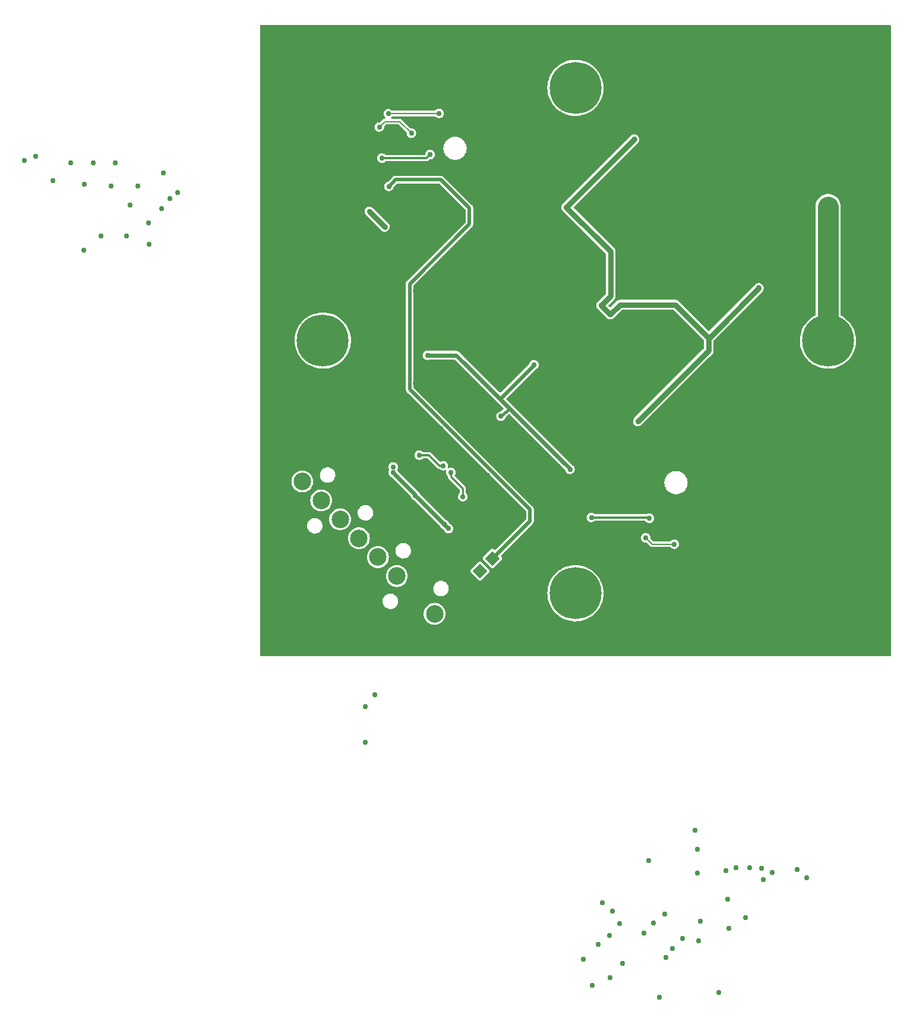
<source format=gbr>
%TF.GenerationSoftware,KiCad,Pcbnew,6.0.4-6f826c9f35~116~ubuntu20.04.1*%
%TF.CreationDate,2022-08-07T23:20:12+00:00*%
%TF.ProjectId,QFHMIX01E,5146484d-4958-4303-9145-2e6b69636164,rev?*%
%TF.SameCoordinates,Original*%
%TF.FileFunction,Copper,L1,Top*%
%TF.FilePolarity,Positive*%
%FSLAX46Y46*%
G04 Gerber Fmt 4.6, Leading zero omitted, Abs format (unit mm)*
G04 Created by KiCad (PCBNEW 6.0.4-6f826c9f35~116~ubuntu20.04.1) date 2022-08-07 23:20:12*
%MOMM*%
%LPD*%
G01*
G04 APERTURE LIST*
G04 Aperture macros list*
%AMRoundRect*
0 Rectangle with rounded corners*
0 $1 Rounding radius*
0 $2 $3 $4 $5 $6 $7 $8 $9 X,Y pos of 4 corners*
0 Add a 4 corners polygon primitive as box body*
4,1,4,$2,$3,$4,$5,$6,$7,$8,$9,$2,$3,0*
0 Add four circle primitives for the rounded corners*
1,1,$1+$1,$2,$3*
1,1,$1+$1,$4,$5*
1,1,$1+$1,$6,$7*
1,1,$1+$1,$8,$9*
0 Add four rect primitives between the rounded corners*
20,1,$1+$1,$2,$3,$4,$5,0*
20,1,$1+$1,$4,$5,$6,$7,0*
20,1,$1+$1,$6,$7,$8,$9,0*
20,1,$1+$1,$8,$9,$2,$3,0*%
%AMRotRect*
0 Rectangle, with rotation*
0 The origin of the aperture is its center*
0 $1 length*
0 $2 width*
0 $3 Rotation angle, in degrees counterclockwise*
0 Add horizontal line*
21,1,$1,$2,0,0,$3*%
G04 Aperture macros list end*
%TA.AperFunction,ComponentPad*%
%ADD10C,2.500000*%
%TD*%
%TA.AperFunction,ComponentPad*%
%ADD11RotRect,1.524000X1.524000X45.000000*%
%TD*%
%TA.AperFunction,ComponentPad*%
%ADD12C,6.000000*%
%TD*%
%TA.AperFunction,WasherPad*%
%ADD13C,7.400000*%
%TD*%
%TA.AperFunction,ComponentPad*%
%ADD14C,0.500000*%
%TD*%
%TA.AperFunction,ComponentPad*%
%ADD15C,0.600000*%
%TD*%
%TA.AperFunction,SMDPad,CuDef*%
%ADD16RoundRect,0.250000X0.000000X-0.848528X0.848528X0.000000X0.000000X0.848528X-0.848528X0.000000X0*%
%TD*%
%TA.AperFunction,SMDPad,CuDef*%
%ADD17RoundRect,0.250000X0.000000X0.848528X-0.848528X0.000000X0.000000X-0.848528X0.848528X0.000000X0*%
%TD*%
%TA.AperFunction,SMDPad,CuDef*%
%ADD18RoundRect,0.250000X-0.848528X0.000000X0.000000X-0.848528X0.848528X0.000000X0.000000X0.848528X0*%
%TD*%
%TA.AperFunction,ViaPad*%
%ADD19C,0.750000*%
%TD*%
%TA.AperFunction,ViaPad*%
%ADD20C,1.000000*%
%TD*%
%TA.AperFunction,Conductor*%
%ADD21C,0.500000*%
%TD*%
%TA.AperFunction,Conductor*%
%ADD22C,0.300000*%
%TD*%
%TA.AperFunction,Conductor*%
%ADD23C,0.800000*%
%TD*%
%TA.AperFunction,Conductor*%
%ADD24C,0.600000*%
%TD*%
%TA.AperFunction,Conductor*%
%ADD25C,0.400000*%
%TD*%
%TA.AperFunction,Conductor*%
%ADD26C,0.200000*%
%TD*%
%TA.AperFunction,Conductor*%
%ADD27C,0.250000*%
%TD*%
%TA.AperFunction,Conductor*%
%ADD28C,3.000000*%
%TD*%
G04 APERTURE END LIST*
D10*
%TO.P,J1,1*%
%TO.N,CLK_IN_N*%
X111070731Y-110070731D03*
%TO.P,J1,2*%
%TO.N,CLK_IN_P*%
X113764808Y-112764808D03*
%TO.P,J1,3*%
%TO.N,DEM_OUTA_N*%
X116458885Y-115458885D03*
%TO.P,J1,4*%
%TO.N,DEM_OUTA_P*%
X119152962Y-118152962D03*
%TO.P,J1,5*%
%TO.N,DEM_OUTB_N*%
X121847038Y-120847038D03*
%TO.P,J1,6*%
%TO.N,DEM_OUTB_P*%
X124541115Y-123541115D03*
%TO.P,J1,7*%
%TO.N,GND*%
X127235192Y-126235192D03*
%TO.P,J1,8*%
%TO.N,VCC*%
X129929269Y-128929269D03*
%TD*%
D11*
%TO.P,J2,1*%
%TO.N,GND*%
X134583897Y-121031000D03*
%TO.P,J2,2*%
X136379948Y-119234949D03*
%TO.P,J2,3*%
%TO.N,VDDA*%
X136379948Y-122827052D03*
%TO.P,J2,4*%
X138176000Y-121031000D03*
%TO.P,J2,5*%
%TO.N,GND*%
X138176000Y-124623103D03*
%TO.P,J2,6*%
X139972051Y-122827052D03*
%TD*%
D12*
%TO.P,M7,1*%
%TO.N,GND*%
X185560000Y-125560000D03*
%TD*%
%TO.P,M6,1*%
%TO.N,GND*%
X185560000Y-54440000D03*
%TD*%
%TO.P,M5,1*%
%TO.N,GND*%
X114440000Y-125560000D03*
%TD*%
D13*
%TO.P,M4,*%
%TO.N,*%
X150000000Y-126000000D03*
D14*
%TO.P,M4,1*%
%TO.N,/LNA/QFH_IN_2_N*%
X153000000Y-126000000D03*
X152598076Y-127500000D03*
X150000000Y-123000000D03*
X152598076Y-124500000D03*
X147401924Y-127500000D03*
X150000000Y-129000000D03*
X147000000Y-126000000D03*
X148500000Y-123401924D03*
X151500000Y-128598076D03*
X151500000Y-123401924D03*
X147401924Y-124500000D03*
X148500000Y-128598076D03*
%TD*%
D13*
%TO.P,M3,*%
%TO.N,*%
X150000000Y-54000000D03*
D14*
%TO.P,M3,1*%
%TO.N,/LNA/QFH_IN_2_P*%
X151500000Y-51401924D03*
X152598076Y-55500000D03*
X148500000Y-51401924D03*
X153000000Y-54000000D03*
X147401924Y-55500000D03*
X150000000Y-57000000D03*
X147000000Y-54000000D03*
X151500000Y-56598076D03*
X148500000Y-56598076D03*
X150000000Y-51000000D03*
X152598076Y-52500000D03*
X147401924Y-52500000D03*
%TD*%
D13*
%TO.P,M1,*%
%TO.N,*%
X186000000Y-90000000D03*
D14*
%TO.P,M1,1*%
%TO.N,/LNA/QFH_IN_1_N*%
X187500000Y-92598076D03*
X183401924Y-88500000D03*
X188598076Y-88500000D03*
X183401924Y-91500000D03*
X186000000Y-87000000D03*
X188598076Y-91500000D03*
X184500000Y-92598076D03*
X189000000Y-90000000D03*
X187500000Y-87401924D03*
X186000000Y-93000000D03*
X183000000Y-90000000D03*
X184500000Y-87401924D03*
%TD*%
D13*
%TO.P,M2,*%
%TO.N,*%
X114000000Y-90000000D03*
D14*
%TO.P,M2,1*%
%TO.N,/LNA/QFH_IN_1_P*%
X112500000Y-87401924D03*
X117000000Y-90000000D03*
X111401924Y-88500000D03*
X116598076Y-91500000D03*
X115500000Y-87401924D03*
X112500000Y-92598076D03*
X114000000Y-93000000D03*
X111000000Y-90000000D03*
X114000000Y-87000000D03*
X111401924Y-91500000D03*
X116598076Y-88500000D03*
X115500000Y-92598076D03*
%TD*%
D12*
%TO.P,M8,1*%
%TO.N,GND*%
X114440000Y-54440000D03*
%TD*%
D14*
%TO.P,U7,2,GND*%
%TO.N,GND*%
X146057538Y-82278248D03*
X145350431Y-81571141D03*
X144643325Y-82278248D03*
X147471752Y-82278248D03*
X146057538Y-83692462D03*
X148178859Y-84399569D03*
X147471752Y-83692462D03*
X145350431Y-82985355D03*
X148178859Y-82985355D03*
X147471752Y-85106675D03*
X146764645Y-82985355D03*
X146057538Y-80864035D03*
X148885965Y-83692462D03*
X146764645Y-81571141D03*
X146764645Y-84399569D03*
%TD*%
%TO.P,U8,2,GND*%
%TO.N,GND*%
X157721752Y-95256675D03*
X158428859Y-93135355D03*
X157721752Y-93842462D03*
X156307538Y-93842462D03*
X155600431Y-91721141D03*
X157014645Y-91721141D03*
X157721752Y-92428248D03*
X156307538Y-91014035D03*
X158428859Y-94549569D03*
X157014645Y-93135355D03*
X155600431Y-93135355D03*
X156307538Y-92428248D03*
X157014645Y-94549569D03*
X154893325Y-92428248D03*
X159135965Y-93842462D03*
%TD*%
D15*
%TO.P,U9,17,PGND*%
%TO.N,GND*%
X124213909Y-61206091D03*
X123436091Y-61206091D03*
X123047183Y-61595000D03*
X123825000Y-60817183D03*
X124213909Y-61983909D03*
X123825000Y-62372817D03*
X123825000Y-61595000D03*
X124602817Y-61595000D03*
D16*
X123825000Y-61595000D03*
D15*
X123436091Y-61983909D03*
%TD*%
D14*
%TO.P,U5,2,GND*%
%TO.N,GND*%
X145584614Y-61620400D03*
X142049080Y-62327507D03*
X143463293Y-60913293D03*
X144170400Y-63034614D03*
X144877507Y-62327507D03*
X143463293Y-63741720D03*
X144170400Y-61620400D03*
X143463293Y-62327507D03*
X146291720Y-60913293D03*
X145584614Y-60206186D03*
X144877507Y-59499080D03*
X144877507Y-60913293D03*
X142756186Y-63034614D03*
X142756186Y-61620400D03*
X144170400Y-60206186D03*
%TD*%
D15*
%TO.P,U11,17,PGND*%
%TO.N,GND*%
X162234911Y-116468501D03*
X162623820Y-116079593D03*
X163012729Y-117246319D03*
X163012729Y-116468501D03*
X162623820Y-116857410D03*
D17*
X162623820Y-116857410D03*
D15*
X162623820Y-117635227D03*
X162234911Y-117246319D03*
X163401637Y-116857410D03*
X161846003Y-116857410D03*
%TD*%
D14*
%TO.P,U6,2,GND*%
%TO.N,GND*%
X176107614Y-97379507D03*
X177521827Y-95965293D03*
X178936041Y-97379507D03*
X178936041Y-94551080D03*
X180350254Y-95965293D03*
X176814720Y-96672400D03*
X177521827Y-97379507D03*
X178228934Y-98086614D03*
X177521827Y-98793720D03*
X179643148Y-95258186D03*
X179643148Y-96672400D03*
X176814720Y-98086614D03*
X178228934Y-95258186D03*
X178228934Y-96672400D03*
X178936041Y-95965293D03*
%TD*%
D15*
%TO.P,U1,17,GND*%
%TO.N,GND*%
X125359235Y-76810455D03*
X125359235Y-76032637D03*
X125748144Y-75643729D03*
X124970327Y-76421546D03*
X125748144Y-77199363D03*
D18*
X125748144Y-76421546D03*
D15*
X126525961Y-76421546D03*
X126137053Y-76810455D03*
X126137053Y-76032637D03*
X125748144Y-76421546D03*
%TD*%
D19*
%TO.N,GND*%
X137498990Y-109201010D03*
X125349000Y-102235000D03*
X128451993Y-97821972D03*
X130848990Y-102551010D03*
X132700000Y-107300000D03*
X129900388Y-117120427D03*
X126800000Y-104400000D03*
X122763604Y-110115076D03*
X128300000Y-118500000D03*
X128734206Y-108614665D03*
X127746377Y-109602494D03*
X129127375Y-110017547D03*
X131338481Y-111218940D03*
X130350652Y-112206767D03*
X130025402Y-110915571D03*
X149682200Y-102387400D03*
X136128565Y-92155227D03*
X137488879Y-93498721D03*
X81270000Y-64695000D03*
X170688000Y-100685600D03*
X154889200Y-174726600D03*
X138303000Y-80391000D03*
X133350000Y-77470000D03*
X125286500Y-94234000D03*
X89120000Y-73195000D03*
X91020000Y-71195000D03*
X127404621Y-86909967D03*
X125095000Y-106807000D03*
X137836299Y-82963701D03*
X132334000Y-88900000D03*
X146200000Y-106800000D03*
X123545600Y-76276200D03*
X122047000Y-74676000D03*
X126200000Y-107800000D03*
X121500000Y-111700000D03*
X132080000Y-119227600D03*
X131064000Y-118110000D03*
X161163000Y-71628000D03*
X113411000Y-106553000D03*
X121920000Y-103886000D03*
X118364000Y-111379000D03*
X122729538Y-84139069D03*
X126599259Y-99476067D03*
X127222987Y-89052771D03*
D20*
X145350431Y-81571142D03*
X144643324Y-82278249D03*
X145350431Y-82985355D03*
X146057538Y-82278249D03*
X146764645Y-81571142D03*
X147471751Y-82278249D03*
X146764645Y-82985355D03*
X146057538Y-83692462D03*
X146764645Y-84399569D03*
X147471751Y-83692462D03*
X148178858Y-82985355D03*
X148885965Y-83692462D03*
X148178858Y-84399569D03*
X147471751Y-85106676D03*
X148885965Y-85106676D03*
X144643324Y-80864035D03*
X145703984Y-79803375D03*
X143582664Y-81924695D03*
X143405887Y-79626598D03*
X144466548Y-78565938D03*
X142345227Y-80687258D03*
X149946625Y-84046016D03*
X147825305Y-86167336D03*
X150123402Y-86344113D03*
X151184062Y-85283452D03*
X149062742Y-87404773D03*
X150622000Y-79375000D03*
X149479000Y-79502000D03*
X150749000Y-78232000D03*
X151765000Y-79248000D03*
X150368000Y-80518000D03*
X143256000Y-86487000D03*
X142240000Y-86741000D03*
X143129000Y-87503000D03*
X144289771Y-86308757D03*
X143441243Y-85460229D03*
X157014645Y-93135355D03*
X156307538Y-92428249D03*
X157721751Y-92428249D03*
X157014645Y-91721142D03*
X155600431Y-93135355D03*
X156307538Y-93842462D03*
X157014645Y-94549569D03*
X157721751Y-93842462D03*
X158428858Y-93135355D03*
X158428858Y-94549569D03*
X157721751Y-95256676D03*
X159135965Y-93842462D03*
X160196625Y-94196016D03*
X159135965Y-95256676D03*
X158075305Y-96317336D03*
X159312742Y-97554773D03*
X160373402Y-96494113D03*
X161434062Y-95433452D03*
X155600431Y-91721142D03*
X154893324Y-92428249D03*
X156307538Y-91014035D03*
X155953984Y-89953375D03*
X154716548Y-88715938D03*
X153655887Y-89776598D03*
X154893324Y-91014035D03*
X153832664Y-92074695D03*
X153416000Y-96647000D03*
X153691243Y-95610229D03*
X152400000Y-96901000D03*
X153289000Y-97663000D03*
X154539771Y-96458757D03*
X160655000Y-89535000D03*
X159639000Y-89789000D03*
X160782000Y-88519000D03*
X161671000Y-89281000D03*
X160401000Y-90551000D03*
D19*
X155041600Y-60198000D03*
X176530000Y-74168000D03*
X175006000Y-72644000D03*
X147218400Y-91948000D03*
X145415000Y-98475800D03*
X130300000Y-90500000D03*
X129300000Y-89600000D03*
X162941000Y-102362000D03*
X172872400Y-165074600D03*
X123698000Y-73152000D03*
X120015000Y-147193000D03*
X120015000Y-142193000D03*
X110000000Y-105000000D03*
X135000000Y-130000000D03*
X119126000Y-74549000D03*
X122047000Y-70739000D03*
X82369000Y-75132000D03*
X78020000Y-64695000D03*
X75520000Y-67195000D03*
X80020000Y-67695000D03*
X119253000Y-92119896D03*
X114500000Y-52250000D03*
X114440000Y-123310000D03*
X114440000Y-127810000D03*
X116690000Y-125560000D03*
X112190000Y-125560000D03*
X112840000Y-123960000D03*
X116040000Y-123960000D03*
X116040000Y-127160000D03*
X112840000Y-127160000D03*
X116040000Y-52840000D03*
X112190000Y-54440000D03*
X71460000Y-64385000D03*
X112840000Y-52840000D03*
X112840000Y-56040000D03*
X116690000Y-54440000D03*
X73060000Y-63735000D03*
X187160000Y-52840000D03*
X183310000Y-54440000D03*
X185560000Y-56690000D03*
X183960000Y-56040000D03*
X185560000Y-52190000D03*
X187810000Y-54440000D03*
X187160000Y-56040000D03*
X187160000Y-127160000D03*
X187810000Y-125560000D03*
X187160000Y-123960000D03*
X183310000Y-125560000D03*
X185560000Y-123310000D03*
X183960000Y-123960000D03*
X185560000Y-127810000D03*
X183960000Y-127160000D03*
X183960000Y-52840000D03*
X121978900Y-81555581D03*
X173482000Y-71120000D03*
X176784000Y-129794000D03*
X173101000Y-129794000D03*
X169418000Y-129794000D03*
X144551400Y-73456800D03*
X143738600Y-71755000D03*
X141097000Y-77597000D03*
X140335000Y-76835000D03*
X153212800Y-176022000D03*
X182981600Y-166497000D03*
X153873200Y-170129200D03*
X155270200Y-171272200D03*
X164744400Y-99872800D03*
X178079400Y-165760400D03*
X147574000Y-107975400D03*
X157226000Y-59893200D03*
X168579800Y-99949000D03*
X149800000Y-94450000D03*
X119253000Y-83693000D03*
X152146000Y-71501000D03*
X159766000Y-174447200D03*
X141173200Y-66649600D03*
D20*
X152628600Y-91008200D03*
D19*
X153289000Y-72898000D03*
X127635000Y-52324000D03*
X154051000Y-63627000D03*
X147370800Y-58166000D03*
X127762000Y-71755000D03*
X164338000Y-93726000D03*
X146685000Y-65405000D03*
X186817000Y-104013000D03*
X191262000Y-107823000D03*
X173609000Y-91059000D03*
X131064000Y-82804000D03*
X193421000Y-73406000D03*
X170434000Y-182880000D03*
X137033000Y-81153000D03*
X178054000Y-88138000D03*
X127254000Y-70612000D03*
X144399000Y-55753000D03*
X156845000Y-128143000D03*
X169037000Y-79883000D03*
X170815000Y-80137000D03*
X169037000Y-49276000D03*
X157353000Y-78740000D03*
X128397000Y-70866000D03*
X155575000Y-56642000D03*
X129540000Y-87249000D03*
X150114000Y-74168000D03*
X144780000Y-125095000D03*
X160401000Y-164084000D03*
X162179000Y-60198000D03*
X140500000Y-101000000D03*
X153162000Y-122428000D03*
X177673000Y-90805000D03*
X161112200Y-172948600D03*
X161290000Y-73914000D03*
X181991000Y-86868000D03*
X171450000Y-165506400D03*
X162904000Y-177841000D03*
X176530000Y-80772000D03*
X181965600Y-100431600D03*
X192659000Y-107823000D03*
X177927000Y-103632000D03*
X119380000Y-87836379D03*
X138988800Y-99542800D03*
X143129000Y-73787000D03*
X131953000Y-74549000D03*
X117221000Y-104267000D03*
X117348000Y-109855000D03*
X133096000Y-89662000D03*
X143256000Y-53467000D03*
X164465000Y-91186000D03*
X111633000Y-107442000D03*
X147167600Y-59690000D03*
X182880000Y-95123000D03*
D20*
X156514800Y-100863400D03*
D19*
X153162000Y-57531000D03*
X174752000Y-93726000D03*
X167132000Y-79629000D03*
X167894000Y-97790000D03*
X131572000Y-88138000D03*
X167513000Y-91059000D03*
X105500000Y-110000000D03*
X131572000Y-49784000D03*
X156260800Y-173075600D03*
X172720000Y-80391000D03*
X173863000Y-53721000D03*
X119507000Y-97155000D03*
X83820000Y-67945000D03*
X140000000Y-134500000D03*
X161500000Y-51100000D03*
X163875400Y-77277410D03*
X162306000Y-81661000D03*
X176784000Y-101473000D03*
X105500000Y-115000000D03*
X163830000Y-61849000D03*
X159258000Y-66802000D03*
X87620000Y-67945000D03*
X193548000Y-54991000D03*
X160528000Y-58420000D03*
X149733000Y-66167000D03*
X175133000Y-98298000D03*
X146939000Y-75184000D03*
X130810000Y-48768000D03*
X92220000Y-69795000D03*
X171856400Y-61391800D03*
X141900000Y-74300000D03*
X180975000Y-85979000D03*
X147900000Y-94700000D03*
X189230000Y-100838000D03*
D20*
X155448000Y-99847400D03*
D19*
X138049000Y-62738000D03*
X150622000Y-70866000D03*
X105500000Y-120000000D03*
X182118000Y-108331000D03*
X135700000Y-115300000D03*
X128270000Y-85953600D03*
X161036000Y-83058000D03*
X136866500Y-77978000D03*
X159385000Y-62611000D03*
X105500000Y-99500000D03*
X139400000Y-96500000D03*
X180863400Y-129986000D03*
X173990000Y-90043000D03*
X145725000Y-96750002D03*
X105500000Y-134500000D03*
X193294000Y-75819000D03*
X155956000Y-108915200D03*
D20*
X157480000Y-101904800D03*
D19*
X182118000Y-96012000D03*
X190627000Y-106553000D03*
X127189500Y-96061434D03*
X153670000Y-102108000D03*
X187071000Y-98806000D03*
X153162000Y-62738000D03*
X119253000Y-79121000D03*
X159893000Y-129794000D03*
X188468000Y-48387000D03*
X159715200Y-105714800D03*
X174244000Y-172212000D03*
X161925000Y-183515000D03*
X193675000Y-58420000D03*
X164973000Y-79756000D03*
X110500000Y-99500000D03*
X193167000Y-81915000D03*
X179578000Y-93472000D03*
X105500000Y-130000000D03*
X143100000Y-91900000D03*
X181229000Y-99822000D03*
X175895000Y-100584000D03*
X132461000Y-73279000D03*
X91259000Y-66115000D03*
X84420000Y-64695000D03*
X165354000Y-55245000D03*
X86052000Y-75132000D03*
X138836400Y-59842400D03*
X157708600Y-83667600D03*
X146558000Y-57251600D03*
X166116000Y-90170000D03*
X184277000Y-97917000D03*
X140233400Y-57581800D03*
X167386000Y-165862000D03*
X169037000Y-66802000D03*
X174625000Y-92202000D03*
X127889000Y-62484000D03*
X151511000Y-69977000D03*
X136144000Y-52197000D03*
X131572000Y-47371000D03*
X137541000Y-98120200D03*
X163830000Y-176631600D03*
X139014200Y-56388000D03*
X156972000Y-65024000D03*
X139200000Y-68400000D03*
X105500000Y-125000000D03*
X178181000Y-75946000D03*
X156718000Y-178689000D03*
X86520000Y-70695000D03*
X158623000Y-77724000D03*
X148844000Y-73279000D03*
X132765800Y-84378800D03*
X171704000Y-169545000D03*
X184912000Y-96774000D03*
X115000000Y-99500000D03*
X138400000Y-101800000D03*
X147955000Y-74676000D03*
X135000000Y-134500000D03*
D20*
X161290000Y-100761800D03*
D19*
X145034000Y-127508000D03*
X181864000Y-48006000D03*
X182118000Y-94234000D03*
X184912000Y-48133000D03*
X148971000Y-65405000D03*
X105500000Y-105000000D03*
X146431000Y-122555000D03*
X141351000Y-51943000D03*
X179959000Y-106426000D03*
X174802800Y-165074600D03*
X162687000Y-171678600D03*
X152019000Y-61722000D03*
D20*
X146057538Y-80864035D03*
D19*
X175514000Y-48006000D03*
X187579000Y-103251000D03*
X135128000Y-76835000D03*
X115000000Y-134500000D03*
X178562000Y-89535000D03*
X181229000Y-93472000D03*
X172085000Y-95758000D03*
X180213000Y-85344000D03*
X189865000Y-107442000D03*
X175641000Y-93091000D03*
X183134000Y-72898000D03*
X167792400Y-172720000D03*
X125730000Y-103759000D03*
X145643600Y-58166000D03*
X190627000Y-99949000D03*
X127189500Y-82888965D03*
X120000000Y-134500000D03*
X140766800Y-63093600D03*
X146685000Y-129921000D03*
X160782000Y-76327000D03*
X165227000Y-88900000D03*
X147955000Y-64516000D03*
X119380000Y-99441000D03*
X163830000Y-80391000D03*
X151130000Y-75184000D03*
X189230000Y-115443000D03*
X129667000Y-47371000D03*
X191008000Y-50165000D03*
X189992000Y-108712000D03*
X142087600Y-65786000D03*
X174371000Y-99060000D03*
X134700000Y-108100000D03*
X175895000Y-99060000D03*
X181356000Y-95123000D03*
X138811000Y-78740000D03*
X89227000Y-76275000D03*
X130000000Y-134500000D03*
X143306800Y-96774000D03*
X116459000Y-112014000D03*
X176784000Y-86741000D03*
X187198000Y-109982000D03*
X170307000Y-94361000D03*
X154940000Y-180721000D03*
X165227000Y-175183800D03*
X177546000Y-100711000D03*
X139293600Y-63449200D03*
X150100000Y-105200000D03*
X160528000Y-68834000D03*
X170053000Y-75565000D03*
X180467000Y-92710000D03*
X156210000Y-82219800D03*
X125000000Y-134500000D03*
X118491000Y-107696000D03*
X127762000Y-59563000D03*
X131900000Y-105200000D03*
X167386000Y-162433000D03*
X138988800Y-99542798D03*
X175133000Y-80645000D03*
X158496000Y-56896000D03*
X150368000Y-110744000D03*
X186055000Y-97713800D03*
X146405600Y-58877200D03*
X167400000Y-65200000D03*
X133197600Y-85648800D03*
X126111000Y-50927000D03*
X184023000Y-96012000D03*
X142290800Y-64516000D03*
X172085000Y-69850000D03*
X180467000Y-94234000D03*
X176784000Y-166751000D03*
X165100000Y-70485000D03*
X93291000Y-68909000D03*
X141224000Y-72009000D03*
X193675000Y-62230000D03*
X183388000Y-81280000D03*
X148183600Y-58978800D03*
X110000000Y-134500000D03*
X146800000Y-93400000D03*
X129159000Y-53721000D03*
X140309600Y-64211200D03*
X152400000Y-181864000D03*
X181610000Y-165379400D03*
X79956000Y-77164000D03*
X142392400Y-56184800D03*
X150114000Y-121285000D03*
X193548000Y-66421000D03*
X134200000Y-116800000D03*
X166751000Y-96266000D03*
X142011400Y-102500000D03*
X139827000Y-70485000D03*
X130429000Y-75438000D03*
X151003000Y-65659000D03*
X139827000Y-50800000D03*
X178562000Y-48133000D03*
X129794000Y-64770000D03*
X172974000Y-92075000D03*
X170561000Y-68326000D03*
X167005000Y-159766000D03*
X141173200Y-65024000D03*
X153035000Y-113919000D03*
X175514000Y-85471000D03*
X176657000Y-99822000D03*
X177952400Y-67691000D03*
X179197000Y-58928000D03*
X154813000Y-58674000D03*
X141579600Y-63855600D03*
X132969000Y-71247000D03*
X190500000Y-101727000D03*
X176530000Y-165201600D03*
X124600000Y-115400000D03*
X121391400Y-140484600D03*
X139446000Y-61976000D03*
X193548000Y-52197000D03*
X191897000Y-106172000D03*
X151384000Y-112649000D03*
X193421000Y-79121000D03*
X160045400Y-102082600D03*
X180086000Y-77851000D03*
X175133000Y-99822000D03*
X145669000Y-69088000D03*
X193421000Y-70231000D03*
X173863000Y-92837000D03*
X156972000Y-80518000D03*
X138176000Y-61341000D03*
X171831000Y-173736000D03*
X135128000Y-53213000D03*
X158369000Y-63881000D03*
D20*
X162839400Y-99669600D03*
D19*
X167513000Y-175514000D03*
X188087000Y-99822000D03*
X165623400Y-129859000D03*
X139100000Y-95200000D03*
X178181000Y-81534000D03*
X147193000Y-69342000D03*
X151155400Y-178104800D03*
X185420000Y-108839000D03*
X136144000Y-96647000D03*
X188976000Y-76454000D03*
%TO.N,+5V*%
X158394400Y-61315600D03*
X154965400Y-86283800D03*
X144094200Y-93446600D03*
X128905000Y-92075000D03*
X148700000Y-71000000D03*
X176123600Y-82499200D03*
X168554400Y-91871800D03*
X158902400Y-101498400D03*
X149225000Y-108331000D03*
X139395200Y-100787200D03*
X153670000Y-84988400D03*
%TO.N,+3V3*%
X130567863Y-57646137D03*
X120650000Y-71628000D03*
X122809000Y-73787000D03*
X123330025Y-57671025D03*
%TO.N,Net-(C23-Pad1)*%
X132232400Y-108788200D03*
X133959600Y-112242600D03*
%TO.N,Net-(C22-Pad2)*%
X131165600Y-107823000D03*
X127736600Y-106324400D03*
%TO.N,VDDA*%
X123402617Y-68030617D03*
%TO.N,Net-(C68-Pad1)*%
X164084000Y-118999000D03*
X160020000Y-118110000D03*
%TO.N,/LNA/QFH_IN_1_N*%
X185100000Y-70916800D03*
X186000000Y-70016800D03*
X186000000Y-70916800D03*
X186900000Y-70916800D03*
X186000000Y-71816800D03*
%TO.N,/Power/PG3v3*%
X122428000Y-64008000D03*
X129286000Y-63500000D03*
%TO.N,+3.3VA*%
X124028199Y-108813599D03*
X127196814Y-112055871D03*
X124028200Y-108000800D03*
X131925000Y-116775000D03*
X131350000Y-116200000D03*
%TO.N,/Power/PWR_EN*%
X160528000Y-115316000D03*
X152273000Y-115189000D03*
%TO.N,Net-(C67-Pad1)*%
X126619000Y-60452000D03*
X122047000Y-59563000D03*
%TD*%
D21*
%TO.N,GND*%
X125041037Y-76421546D02*
X125748144Y-76421546D01*
X125748144Y-77128653D02*
X125748144Y-76421546D01*
X126455251Y-76421546D02*
X125748144Y-76421546D01*
X125748144Y-75714439D02*
X125748144Y-76421546D01*
X132575000Y-89450000D02*
X132525000Y-89450000D01*
D22*
X163517300Y-113517300D02*
X163517300Y-113317300D01*
D23*
%TO.N,+5V*%
X169037000Y-89636600D02*
X176123600Y-82550000D01*
X155016200Y-83642200D02*
X153670000Y-84988400D01*
D24*
X133045200Y-92075000D02*
X149225000Y-108254800D01*
D23*
X158902400Y-101498400D02*
X168529000Y-91871800D01*
X168986200Y-91440000D02*
X168554400Y-91871800D01*
X176123600Y-82550000D02*
X176123600Y-82499200D01*
X155016200Y-77316200D02*
X155016200Y-83642200D01*
X154965400Y-86283800D02*
X153670000Y-84988400D01*
D24*
X149225000Y-108254800D02*
X149225000Y-108331000D01*
D23*
X148700000Y-71000000D02*
X155016200Y-77316200D01*
X156362400Y-84886800D02*
X154965400Y-86283800D01*
X168986200Y-89636600D02*
X169037000Y-89636600D01*
X168986200Y-89636600D02*
X164236400Y-84886800D01*
X164236400Y-84886800D02*
X156362400Y-84886800D01*
X168529000Y-91871800D02*
X168554400Y-91871800D01*
D25*
X139395200Y-100787200D02*
X139412800Y-100787200D01*
D24*
X139257900Y-98282900D02*
X144094200Y-93446600D01*
D23*
X148710000Y-71000000D02*
X158394400Y-61315600D01*
D24*
X128905000Y-92075000D02*
X133045200Y-92075000D01*
D23*
X168986200Y-89636600D02*
X168986200Y-91440000D01*
D25*
X139412800Y-100787200D02*
X140587500Y-99612500D01*
D26*
%TO.N,+3V3*%
X130542975Y-57671025D02*
X130567863Y-57646137D01*
D23*
X120650000Y-71628000D02*
X122809000Y-73787000D01*
D26*
X123330025Y-57671025D02*
X130542975Y-57671025D01*
D27*
%TO.N,Net-(C23-Pad1)*%
X132232400Y-108788200D02*
X132232400Y-109372400D01*
X133959600Y-111099600D02*
X133959600Y-112242600D01*
X132232400Y-109372400D02*
X133959600Y-111099600D01*
D22*
%TO.N,Net-(C22-Pad2)*%
X131165600Y-107823000D02*
X130632200Y-107823000D01*
X129133600Y-106324400D02*
X127736600Y-106324400D01*
X130632200Y-107823000D02*
X129133600Y-106324400D01*
D21*
%TO.N,VDDA*%
X126365000Y-96901000D02*
X126365000Y-81915000D01*
X143510000Y-114046000D02*
X126365000Y-96901000D01*
X124377234Y-67056000D02*
X123402617Y-68030617D01*
X143510000Y-115697000D02*
X143510000Y-114046000D01*
X134874000Y-73406000D02*
X134874000Y-71120000D01*
X138176000Y-121031000D02*
X143510000Y-115697000D01*
X130810000Y-67056000D02*
X124377234Y-67056000D01*
X134874000Y-71120000D02*
X130810000Y-67056000D01*
X126365000Y-81915000D02*
X134874000Y-73406000D01*
D26*
%TO.N,Net-(C68-Pad1)*%
X160909000Y-118999000D02*
X160020000Y-118110000D01*
X164084000Y-118999000D02*
X160909000Y-118999000D01*
D28*
%TO.N,/LNA/QFH_IN_1_N*%
X186000000Y-71816800D02*
X186000000Y-70916800D01*
X186000000Y-71816800D02*
X186000000Y-90000000D01*
D22*
%TO.N,/Power/PG3v3*%
X122428000Y-64008000D02*
X128778000Y-64008000D01*
X128778000Y-64008000D02*
X129286000Y-63500000D01*
D24*
%TO.N,+3.3VA*%
X131925000Y-116775000D02*
X127205871Y-112055871D01*
X127205871Y-112055871D02*
X127196814Y-112055871D01*
X127196814Y-111982214D02*
X124028199Y-108813599D01*
X127196814Y-112055871D02*
X127196814Y-111982214D01*
D22*
%TO.N,/Power/PWR_EN*%
X152273000Y-115189000D02*
X160401000Y-115189000D01*
X160401000Y-115189000D02*
X160528000Y-115316000D01*
D26*
%TO.N,Net-(C67-Pad1)*%
X124968000Y-58801000D02*
X122809000Y-58801000D01*
X126619000Y-60452000D02*
X124968000Y-58801000D01*
X122809000Y-58801000D02*
X122047000Y-59563000D01*
%TD*%
%TA.AperFunction,Conductor*%
%TO.N,GND*%
G36*
X194907621Y-45054502D02*
G01*
X194954114Y-45108158D01*
X194965500Y-45160500D01*
X194965500Y-134839500D01*
X194945498Y-134907621D01*
X194891842Y-134954114D01*
X194839500Y-134965500D01*
X105160500Y-134965500D01*
X105092379Y-134945498D01*
X105045886Y-134891842D01*
X105034500Y-134839500D01*
X105034500Y-128929269D01*
X128373975Y-128929269D01*
X128393123Y-129172571D01*
X128394278Y-129177380D01*
X128442933Y-129380040D01*
X128450097Y-129409881D01*
X128451987Y-129414444D01*
X128451989Y-129414450D01*
X128519047Y-129576343D01*
X128543492Y-129635358D01*
X128671010Y-129843448D01*
X128829510Y-130029028D01*
X129015090Y-130187528D01*
X129223180Y-130315046D01*
X129227750Y-130316939D01*
X129227754Y-130316941D01*
X129444088Y-130406549D01*
X129444094Y-130406551D01*
X129448657Y-130408441D01*
X129453457Y-130409593D01*
X129453462Y-130409595D01*
X129561971Y-130435646D01*
X129685967Y-130465415D01*
X129929269Y-130484563D01*
X130172571Y-130465415D01*
X130296567Y-130435646D01*
X130405076Y-130409595D01*
X130405081Y-130409593D01*
X130409881Y-130408441D01*
X130414444Y-130406551D01*
X130414450Y-130406549D01*
X130630784Y-130316941D01*
X130630788Y-130316939D01*
X130635358Y-130315046D01*
X130843448Y-130187528D01*
X131029028Y-130029028D01*
X131187528Y-129843448D01*
X131315046Y-129635358D01*
X131339491Y-129576343D01*
X131406549Y-129414450D01*
X131406551Y-129414444D01*
X131408441Y-129409881D01*
X131415606Y-129380040D01*
X131464260Y-129177380D01*
X131465415Y-129172571D01*
X131484563Y-128929269D01*
X131465415Y-128685967D01*
X131418419Y-128490217D01*
X131409595Y-128453462D01*
X131409593Y-128453457D01*
X131408441Y-128448657D01*
X131406551Y-128444094D01*
X131406549Y-128444088D01*
X131316941Y-128227754D01*
X131316939Y-128227750D01*
X131315046Y-128223180D01*
X131187528Y-128015090D01*
X131029028Y-127829510D01*
X130843448Y-127671010D01*
X130635358Y-127543492D01*
X130630788Y-127541599D01*
X130630784Y-127541597D01*
X130414450Y-127451989D01*
X130414444Y-127451987D01*
X130409881Y-127450097D01*
X130405081Y-127448945D01*
X130405076Y-127448943D01*
X130254201Y-127412721D01*
X130172571Y-127393123D01*
X129929269Y-127373975D01*
X129685967Y-127393123D01*
X129604337Y-127412721D01*
X129453462Y-127448943D01*
X129453457Y-127448945D01*
X129448657Y-127450097D01*
X129444094Y-127451987D01*
X129444088Y-127451989D01*
X129227754Y-127541597D01*
X129227750Y-127541599D01*
X129223180Y-127543492D01*
X129015090Y-127671010D01*
X128829510Y-127829510D01*
X128671010Y-128015090D01*
X128543492Y-128223180D01*
X128541599Y-128227750D01*
X128541597Y-128227754D01*
X128451989Y-128444088D01*
X128451987Y-128444094D01*
X128450097Y-128448657D01*
X128448945Y-128453457D01*
X128448943Y-128453462D01*
X128440119Y-128490217D01*
X128393123Y-128685967D01*
X128373975Y-128929269D01*
X105034500Y-128929269D01*
X105034500Y-127096891D01*
X122521226Y-127096891D01*
X122530935Y-127306662D01*
X122532339Y-127312487D01*
X122532339Y-127312488D01*
X122572052Y-127477268D01*
X122580136Y-127510813D01*
X122582618Y-127516271D01*
X122582619Y-127516275D01*
X122625732Y-127611096D01*
X122667052Y-127701976D01*
X122788549Y-127873255D01*
X122940243Y-128018470D01*
X122945278Y-128021721D01*
X123111621Y-128129128D01*
X123111624Y-128129129D01*
X123116658Y-128132380D01*
X123122221Y-128134622D01*
X123305867Y-128208634D01*
X123305870Y-128208635D01*
X123311431Y-128210876D01*
X123317312Y-128212024D01*
X123317317Y-128212026D01*
X123513088Y-128250257D01*
X123513091Y-128250257D01*
X123517534Y-128251125D01*
X123523055Y-128251395D01*
X123677881Y-128251395D01*
X123834458Y-128236456D01*
X123840214Y-128234767D01*
X123840216Y-128234767D01*
X123929295Y-128208634D01*
X124035961Y-128177342D01*
X124136359Y-128125634D01*
X124217320Y-128083936D01*
X124217323Y-128083934D01*
X124222651Y-128081190D01*
X124301432Y-128019307D01*
X124383074Y-127955177D01*
X124383079Y-127955173D01*
X124387791Y-127951471D01*
X124391723Y-127946940D01*
X124521491Y-127797397D01*
X124521495Y-127797392D01*
X124525422Y-127792866D01*
X124630578Y-127611096D01*
X124699465Y-127412721D01*
X124714843Y-127306662D01*
X124728737Y-127210839D01*
X124728737Y-127210836D01*
X124729598Y-127204899D01*
X124719889Y-126995128D01*
X124670688Y-126790977D01*
X124641161Y-126726034D01*
X124586252Y-126605269D01*
X124583772Y-126599814D01*
X124462275Y-126428535D01*
X124310581Y-126283320D01*
X124213445Y-126220600D01*
X124139203Y-126172662D01*
X124139200Y-126172661D01*
X124134166Y-126169410D01*
X124128603Y-126167168D01*
X123944957Y-126093156D01*
X123944954Y-126093155D01*
X123939393Y-126090914D01*
X123933512Y-126089766D01*
X123933507Y-126089764D01*
X123737736Y-126051533D01*
X123737733Y-126051533D01*
X123733290Y-126050665D01*
X123727769Y-126050395D01*
X123572943Y-126050395D01*
X123416366Y-126065334D01*
X123410610Y-126067023D01*
X123410608Y-126067023D01*
X123333091Y-126089764D01*
X123214863Y-126124448D01*
X123131917Y-126167168D01*
X123033504Y-126217854D01*
X123033501Y-126217856D01*
X123028173Y-126220600D01*
X122991020Y-126249784D01*
X122867750Y-126346613D01*
X122867745Y-126346617D01*
X122863033Y-126350319D01*
X122859102Y-126354849D01*
X122859101Y-126354850D01*
X122729333Y-126504393D01*
X122729329Y-126504398D01*
X122725402Y-126508924D01*
X122620246Y-126690694D01*
X122551359Y-126889069D01*
X122550498Y-126895004D01*
X122550498Y-126895006D01*
X122535113Y-127001118D01*
X122521226Y-127096891D01*
X105034500Y-127096891D01*
X105034500Y-125265485D01*
X129740786Y-125265485D01*
X129750495Y-125475256D01*
X129751899Y-125481081D01*
X129751899Y-125481082D01*
X129782764Y-125609149D01*
X129799696Y-125679407D01*
X129802178Y-125684865D01*
X129802179Y-125684869D01*
X129845292Y-125779690D01*
X129886612Y-125870570D01*
X130008109Y-126041849D01*
X130159803Y-126187064D01*
X130164838Y-126190315D01*
X130331181Y-126297722D01*
X130331184Y-126297723D01*
X130336218Y-126300974D01*
X130341781Y-126303216D01*
X130525427Y-126377228D01*
X130525430Y-126377229D01*
X130530991Y-126379470D01*
X130536872Y-126380618D01*
X130536877Y-126380620D01*
X130732648Y-126418851D01*
X130732651Y-126418851D01*
X130737094Y-126419719D01*
X130742615Y-126419989D01*
X130897441Y-126419989D01*
X131054018Y-126405050D01*
X131059774Y-126403361D01*
X131059776Y-126403361D01*
X131148855Y-126377228D01*
X131255521Y-126345936D01*
X131383409Y-126280069D01*
X131436880Y-126252530D01*
X131436883Y-126252528D01*
X131442211Y-126249784D01*
X131517919Y-126190315D01*
X131602634Y-126123771D01*
X131602639Y-126123767D01*
X131607351Y-126120065D01*
X131614493Y-126111835D01*
X131741051Y-125965991D01*
X131741055Y-125965986D01*
X131744982Y-125961460D01*
X131755038Y-125944077D01*
X145995065Y-125944077D01*
X146008722Y-126335157D01*
X146009129Y-126338206D01*
X146009129Y-126338208D01*
X146014635Y-126379470D01*
X146060477Y-126723038D01*
X146149834Y-127104017D01*
X146150823Y-127106923D01*
X146150825Y-127106929D01*
X146274950Y-127471543D01*
X146274955Y-127471555D01*
X146275943Y-127474458D01*
X146437598Y-127830826D01*
X146633258Y-128169717D01*
X146635047Y-128172216D01*
X146635049Y-128172219D01*
X146836399Y-128453462D01*
X146861053Y-128487899D01*
X147118810Y-128782333D01*
X147404069Y-129050208D01*
X147714107Y-129288969D01*
X147716710Y-129290596D01*
X147716715Y-129290599D01*
X147835687Y-129364941D01*
X148045964Y-129496337D01*
X148396472Y-129670331D01*
X148762287Y-129809290D01*
X149139915Y-129911890D01*
X149142958Y-129912405D01*
X149142964Y-129912406D01*
X149522713Y-129976636D01*
X149522720Y-129976637D01*
X149525754Y-129977150D01*
X149528825Y-129977365D01*
X149528827Y-129977365D01*
X149913053Y-130004233D01*
X149913061Y-130004233D01*
X149916119Y-130004447D01*
X150169704Y-129997363D01*
X150304211Y-129993606D01*
X150304214Y-129993606D01*
X150307285Y-129993520D01*
X150310338Y-129993134D01*
X150310342Y-129993134D01*
X150496145Y-129969662D01*
X150695517Y-129944475D01*
X150698521Y-129943793D01*
X150698524Y-129943792D01*
X151074115Y-129858460D01*
X151074121Y-129858458D01*
X151077111Y-129857779D01*
X151222875Y-129809290D01*
X151445500Y-129735233D01*
X151445506Y-129735231D01*
X151448424Y-129734260D01*
X151589551Y-129671426D01*
X151803111Y-129576343D01*
X151803117Y-129576340D01*
X151805911Y-129575096D01*
X151808580Y-129573580D01*
X152143492Y-129383324D01*
X152143498Y-129383320D01*
X152146160Y-129381808D01*
X152465924Y-129156239D01*
X152762150Y-128900544D01*
X152764271Y-128898317D01*
X152764277Y-128898311D01*
X153029894Y-128619385D01*
X153032011Y-128617162D01*
X153131192Y-128490217D01*
X153271021Y-128311244D01*
X153271023Y-128311241D01*
X153272931Y-128308799D01*
X153274587Y-128306189D01*
X153274593Y-128306181D01*
X153480957Y-127981003D01*
X153480959Y-127981000D01*
X153482610Y-127978398D01*
X153498501Y-127946940D01*
X153576328Y-127792866D01*
X153659046Y-127629112D01*
X153800557Y-127264277D01*
X153905790Y-126887374D01*
X153957504Y-126594090D01*
X153973210Y-126505018D01*
X153973210Y-126505015D01*
X153973742Y-126502000D01*
X153986580Y-126335157D01*
X154003613Y-126113789D01*
X154003613Y-126113778D01*
X154003763Y-126111835D01*
X154005325Y-126000000D01*
X153986209Y-125609149D01*
X153929044Y-125222028D01*
X153834376Y-124842334D01*
X153817934Y-124796158D01*
X153720824Y-124523444D01*
X153703107Y-124473689D01*
X153536492Y-124119614D01*
X153507167Y-124070420D01*
X153337700Y-123786138D01*
X153336120Y-123783487D01*
X153103905Y-123468517D01*
X152842061Y-123177711D01*
X152553090Y-122913844D01*
X152239749Y-122679435D01*
X152146846Y-122623171D01*
X151907658Y-122478313D01*
X151907649Y-122478308D01*
X151905030Y-122476722D01*
X151650974Y-122354998D01*
X151554898Y-122308966D01*
X151554896Y-122308965D01*
X151552126Y-122307638D01*
X151549237Y-122306586D01*
X151549231Y-122306584D01*
X151187306Y-122174855D01*
X151187303Y-122174854D01*
X151184407Y-122173800D01*
X150905080Y-122102081D01*
X150808366Y-122077249D01*
X150808363Y-122077248D01*
X150805382Y-122076483D01*
X150418670Y-122016617D01*
X150415613Y-122016446D01*
X150415612Y-122016446D01*
X150385120Y-122014741D01*
X150027962Y-121994773D01*
X150024883Y-121994902D01*
X150024880Y-121994902D01*
X149793940Y-122004581D01*
X149636987Y-122011159D01*
X149633943Y-122011587D01*
X149633941Y-122011587D01*
X149599368Y-122016446D01*
X149249477Y-122065620D01*
X148869131Y-122157636D01*
X148499579Y-122286327D01*
X148496781Y-122287620D01*
X148147146Y-122449174D01*
X148147136Y-122449179D01*
X148144349Y-122450467D01*
X148035829Y-122514135D01*
X147809486Y-122646929D01*
X147809481Y-122646932D01*
X147806831Y-122648487D01*
X147769392Y-122675688D01*
X147492730Y-122876694D01*
X147492721Y-122876701D01*
X147490248Y-122878498D01*
X147487958Y-122880531D01*
X147487952Y-122880536D01*
X147290397Y-123055934D01*
X147197621Y-123138305D01*
X146931743Y-123425427D01*
X146695152Y-123737124D01*
X146490107Y-124070420D01*
X146318564Y-124422135D01*
X146317493Y-124425016D01*
X146317490Y-124425022D01*
X146251667Y-124602015D01*
X146182162Y-124788910D01*
X146082201Y-125167246D01*
X146073328Y-125222028D01*
X146032315Y-125475256D01*
X146019637Y-125553531D01*
X146019443Y-125556611D01*
X146019443Y-125556613D01*
X146011374Y-125684869D01*
X145995065Y-125944077D01*
X131755038Y-125944077D01*
X131850138Y-125779690D01*
X131908292Y-125612222D01*
X131917058Y-125586980D01*
X131917058Y-125586978D01*
X131919025Y-125581315D01*
X131934403Y-125475256D01*
X131948297Y-125379433D01*
X131948297Y-125379430D01*
X131949158Y-125373493D01*
X131939449Y-125163722D01*
X131890248Y-124959571D01*
X131876252Y-124928787D01*
X131814006Y-124791885D01*
X131803332Y-124768408D01*
X131681835Y-124597129D01*
X131530141Y-124451914D01*
X131433005Y-124389194D01*
X131358763Y-124341256D01*
X131358760Y-124341255D01*
X131353726Y-124338004D01*
X131348163Y-124335762D01*
X131164517Y-124261750D01*
X131164514Y-124261749D01*
X131158953Y-124259508D01*
X131153072Y-124258360D01*
X131153067Y-124258358D01*
X130957296Y-124220127D01*
X130957293Y-124220127D01*
X130952850Y-124219259D01*
X130947329Y-124218989D01*
X130792503Y-124218989D01*
X130635926Y-124233928D01*
X130630170Y-124235617D01*
X130630168Y-124235617D01*
X130606263Y-124242630D01*
X130434423Y-124293042D01*
X130351477Y-124335762D01*
X130253064Y-124386448D01*
X130253061Y-124386450D01*
X130247733Y-124389194D01*
X130243018Y-124392898D01*
X130087310Y-124515207D01*
X130087305Y-124515211D01*
X130082593Y-124518913D01*
X130078662Y-124523443D01*
X130078661Y-124523444D01*
X129948893Y-124672987D01*
X129948889Y-124672992D01*
X129944962Y-124677518D01*
X129839806Y-124859288D01*
X129770919Y-125057663D01*
X129770058Y-125063598D01*
X129770058Y-125063600D01*
X129754673Y-125169712D01*
X129740786Y-125265485D01*
X105034500Y-125265485D01*
X105034500Y-123541115D01*
X122985821Y-123541115D01*
X123004969Y-123784417D01*
X123061943Y-124021727D01*
X123063833Y-124026290D01*
X123063835Y-124026296D01*
X123153443Y-124242630D01*
X123155338Y-124247204D01*
X123282856Y-124455294D01*
X123441356Y-124640874D01*
X123626936Y-124799374D01*
X123835026Y-124926892D01*
X123839596Y-124928785D01*
X123839600Y-124928787D01*
X124055934Y-125018395D01*
X124055940Y-125018397D01*
X124060503Y-125020287D01*
X124065303Y-125021439D01*
X124065308Y-125021441D01*
X124173817Y-125047492D01*
X124297813Y-125077261D01*
X124541115Y-125096409D01*
X124784417Y-125077261D01*
X124908413Y-125047492D01*
X125016922Y-125021441D01*
X125016927Y-125021439D01*
X125021727Y-125020287D01*
X125026290Y-125018397D01*
X125026296Y-125018395D01*
X125242630Y-124928787D01*
X125242634Y-124928785D01*
X125247204Y-124926892D01*
X125455294Y-124799374D01*
X125640874Y-124640874D01*
X125799374Y-124455294D01*
X125926892Y-124247204D01*
X125928787Y-124242630D01*
X126018395Y-124026296D01*
X126018397Y-124026290D01*
X126020287Y-124021727D01*
X126077261Y-123784417D01*
X126096409Y-123541115D01*
X126077261Y-123297813D01*
X126020287Y-123060503D01*
X126018397Y-123055940D01*
X126018395Y-123055934D01*
X125928787Y-122839600D01*
X125928785Y-122839596D01*
X125926892Y-122835026D01*
X125887866Y-122771342D01*
X135001732Y-122771342D01*
X135001829Y-122883287D01*
X135006025Y-122894132D01*
X135006025Y-122894134D01*
X135013651Y-122913844D01*
X135042220Y-122987692D01*
X135058262Y-123007968D01*
X136199032Y-124148738D01*
X136201962Y-124151045D01*
X136201968Y-124151050D01*
X136211942Y-124158902D01*
X136219763Y-124165059D01*
X136228584Y-124168454D01*
X136313384Y-124201091D01*
X136313386Y-124201091D01*
X136324238Y-124205268D01*
X136335869Y-124205258D01*
X136379966Y-124205220D01*
X136436183Y-124205171D01*
X136447028Y-124200975D01*
X136447030Y-124200975D01*
X136531754Y-124168198D01*
X136531756Y-124168197D01*
X136540588Y-124164780D01*
X136548016Y-124158903D01*
X136548018Y-124158902D01*
X136557986Y-124151015D01*
X136560864Y-124148738D01*
X137701634Y-123007968D01*
X137703941Y-123005038D01*
X137703946Y-123005032D01*
X137712108Y-122994664D01*
X137717955Y-122987237D01*
X137746911Y-122912001D01*
X137753987Y-122893616D01*
X137753987Y-122893614D01*
X137758164Y-122882762D01*
X137758067Y-122770817D01*
X137723429Y-122681282D01*
X137721094Y-122675246D01*
X137721093Y-122675244D01*
X137717676Y-122666412D01*
X137701634Y-122646136D01*
X136560864Y-121505366D01*
X136557934Y-121503059D01*
X136557928Y-121503054D01*
X136547560Y-121494892D01*
X136540133Y-121489045D01*
X136531312Y-121485650D01*
X136446512Y-121453013D01*
X136446510Y-121453013D01*
X136435658Y-121448836D01*
X136424027Y-121448846D01*
X136379930Y-121448884D01*
X136323713Y-121448933D01*
X136312868Y-121453129D01*
X136312866Y-121453129D01*
X136228142Y-121485906D01*
X136228140Y-121485907D01*
X136219308Y-121489324D01*
X136211880Y-121495201D01*
X136211878Y-121495202D01*
X136202326Y-121502760D01*
X136199032Y-121505366D01*
X135058262Y-122646136D01*
X135055955Y-122649066D01*
X135055950Y-122649072D01*
X135054985Y-122650298D01*
X135041941Y-122666867D01*
X135038546Y-122675688D01*
X135006109Y-122759970D01*
X135001732Y-122771342D01*
X125887866Y-122771342D01*
X125799374Y-122626936D01*
X125640874Y-122441356D01*
X125455294Y-122282856D01*
X125247204Y-122155338D01*
X125242634Y-122153445D01*
X125242630Y-122153443D01*
X125026296Y-122063835D01*
X125026290Y-122063833D01*
X125021727Y-122061943D01*
X125016927Y-122060791D01*
X125016922Y-122060789D01*
X124908413Y-122034738D01*
X124784417Y-122004969D01*
X124541115Y-121985821D01*
X124297813Y-122004969D01*
X124173817Y-122034738D01*
X124065308Y-122060789D01*
X124065303Y-122060791D01*
X124060503Y-122061943D01*
X124055940Y-122063833D01*
X124055934Y-122063835D01*
X123839600Y-122153443D01*
X123839596Y-122153445D01*
X123835026Y-122155338D01*
X123626936Y-122282856D01*
X123441356Y-122441356D01*
X123282856Y-122626936D01*
X123155338Y-122835026D01*
X123153445Y-122839596D01*
X123153443Y-122839600D01*
X123063835Y-123055934D01*
X123063833Y-123055940D01*
X123061943Y-123060503D01*
X123004969Y-123297813D01*
X122985821Y-123541115D01*
X105034500Y-123541115D01*
X105034500Y-120847038D01*
X120291744Y-120847038D01*
X120310892Y-121090340D01*
X120367866Y-121327650D01*
X120369756Y-121332213D01*
X120369758Y-121332219D01*
X120459366Y-121548553D01*
X120461261Y-121553127D01*
X120588779Y-121761217D01*
X120747279Y-121946797D01*
X120932859Y-122105297D01*
X121140949Y-122232815D01*
X121145519Y-122234708D01*
X121145523Y-122234710D01*
X121361857Y-122324318D01*
X121361863Y-122324320D01*
X121366426Y-122326210D01*
X121371226Y-122327362D01*
X121371231Y-122327364D01*
X121465883Y-122350088D01*
X121603736Y-122383184D01*
X121847038Y-122402332D01*
X122090340Y-122383184D01*
X122228193Y-122350088D01*
X122322845Y-122327364D01*
X122322850Y-122327362D01*
X122327650Y-122326210D01*
X122332213Y-122324320D01*
X122332219Y-122324318D01*
X122548553Y-122234710D01*
X122548557Y-122234708D01*
X122553127Y-122232815D01*
X122761217Y-122105297D01*
X122946797Y-121946797D01*
X123105297Y-121761217D01*
X123232815Y-121553127D01*
X123234710Y-121548553D01*
X123324318Y-121332219D01*
X123324320Y-121332213D01*
X123326210Y-121327650D01*
X123383184Y-121090340D01*
X123402332Y-120847038D01*
X123383184Y-120603736D01*
X123333486Y-120396732D01*
X123327364Y-120371231D01*
X123327362Y-120371226D01*
X123326210Y-120366426D01*
X123324320Y-120361863D01*
X123324318Y-120361857D01*
X123234710Y-120145523D01*
X123234708Y-120145519D01*
X123232815Y-120140949D01*
X123105297Y-119932859D01*
X123057872Y-119877331D01*
X124352633Y-119877331D01*
X124362342Y-120087102D01*
X124363746Y-120092927D01*
X124363746Y-120092928D01*
X124387903Y-120193161D01*
X124411543Y-120291253D01*
X124414025Y-120296711D01*
X124414026Y-120296715D01*
X124457139Y-120391536D01*
X124498459Y-120482416D01*
X124619956Y-120653695D01*
X124771650Y-120798910D01*
X124776685Y-120802161D01*
X124943028Y-120909568D01*
X124943031Y-120909569D01*
X124948065Y-120912820D01*
X124953628Y-120915062D01*
X125137274Y-120989074D01*
X125137277Y-120989075D01*
X125142838Y-120991316D01*
X125148719Y-120992464D01*
X125148724Y-120992466D01*
X125344495Y-121030697D01*
X125344498Y-121030697D01*
X125348941Y-121031565D01*
X125354462Y-121031835D01*
X125509288Y-121031835D01*
X125665865Y-121016896D01*
X125671621Y-121015207D01*
X125671623Y-121015207D01*
X125768041Y-120986921D01*
X125867368Y-120957782D01*
X125967766Y-120906074D01*
X126048727Y-120864376D01*
X126048730Y-120864374D01*
X126054058Y-120861630D01*
X126129766Y-120802161D01*
X126214481Y-120735617D01*
X126214486Y-120735613D01*
X126219198Y-120731911D01*
X126223130Y-120727380D01*
X126352898Y-120577837D01*
X126352902Y-120577832D01*
X126356829Y-120573306D01*
X126461985Y-120391536D01*
X126530872Y-120193161D01*
X126537779Y-120145523D01*
X126560144Y-119991279D01*
X126560144Y-119991276D01*
X126561005Y-119985339D01*
X126551296Y-119775568D01*
X126517617Y-119635821D01*
X126503501Y-119577250D01*
X126503500Y-119577248D01*
X126502095Y-119571417D01*
X126499528Y-119565770D01*
X126433024Y-119419502D01*
X126415179Y-119380254D01*
X126293682Y-119208975D01*
X126141988Y-119063760D01*
X126050589Y-119004744D01*
X125970610Y-118953102D01*
X125970607Y-118953101D01*
X125965573Y-118949850D01*
X125960010Y-118947608D01*
X125776364Y-118873596D01*
X125776361Y-118873595D01*
X125770800Y-118871354D01*
X125764919Y-118870206D01*
X125764914Y-118870204D01*
X125569143Y-118831973D01*
X125569140Y-118831973D01*
X125564697Y-118831105D01*
X125559176Y-118830835D01*
X125404350Y-118830835D01*
X125247773Y-118845774D01*
X125242017Y-118847463D01*
X125242015Y-118847463D01*
X125164498Y-118870204D01*
X125046270Y-118904888D01*
X124963324Y-118947608D01*
X124864911Y-118998294D01*
X124864908Y-118998296D01*
X124859580Y-119001040D01*
X124854865Y-119004744D01*
X124699157Y-119127053D01*
X124699152Y-119127057D01*
X124694440Y-119130759D01*
X124690509Y-119135289D01*
X124690508Y-119135290D01*
X124560740Y-119284833D01*
X124560736Y-119284838D01*
X124556809Y-119289364D01*
X124451653Y-119471134D01*
X124449685Y-119476802D01*
X124388544Y-119652871D01*
X124382766Y-119669509D01*
X124381905Y-119675444D01*
X124381905Y-119675446D01*
X124366520Y-119781558D01*
X124352633Y-119877331D01*
X123057872Y-119877331D01*
X122946797Y-119747279D01*
X122761217Y-119588779D01*
X122553127Y-119461261D01*
X122548557Y-119459368D01*
X122548553Y-119459366D01*
X122332219Y-119369758D01*
X122332213Y-119369756D01*
X122327650Y-119367866D01*
X122322850Y-119366714D01*
X122322845Y-119366712D01*
X122176406Y-119331555D01*
X122090340Y-119310892D01*
X121847038Y-119291744D01*
X121603736Y-119310892D01*
X121517670Y-119331555D01*
X121371231Y-119366712D01*
X121371226Y-119366714D01*
X121366426Y-119367866D01*
X121361863Y-119369756D01*
X121361857Y-119369758D01*
X121145523Y-119459366D01*
X121145519Y-119459368D01*
X121140949Y-119461261D01*
X120932859Y-119588779D01*
X120747279Y-119747279D01*
X120588779Y-119932859D01*
X120461261Y-120140949D01*
X120459368Y-120145519D01*
X120459366Y-120145523D01*
X120369758Y-120361857D01*
X120369756Y-120361863D01*
X120367866Y-120366426D01*
X120366714Y-120371226D01*
X120366712Y-120371231D01*
X120360590Y-120396732D01*
X120310892Y-120603736D01*
X120291744Y-120847038D01*
X105034500Y-120847038D01*
X105034500Y-118152962D01*
X117597668Y-118152962D01*
X117616816Y-118396264D01*
X117622256Y-118418923D01*
X117656063Y-118559735D01*
X117673790Y-118633574D01*
X117675680Y-118638137D01*
X117675682Y-118638143D01*
X117762385Y-118847463D01*
X117767185Y-118859051D01*
X117894703Y-119067141D01*
X118053203Y-119252721D01*
X118238783Y-119411221D01*
X118446873Y-119538739D01*
X118451443Y-119540632D01*
X118451447Y-119540634D01*
X118667781Y-119630242D01*
X118667787Y-119630244D01*
X118672350Y-119632134D01*
X118677150Y-119633286D01*
X118677155Y-119633288D01*
X118758724Y-119652871D01*
X118909660Y-119689108D01*
X119152962Y-119708256D01*
X119396264Y-119689108D01*
X119547200Y-119652871D01*
X119628769Y-119633288D01*
X119628774Y-119633286D01*
X119633574Y-119632134D01*
X119638137Y-119630244D01*
X119638143Y-119630242D01*
X119854477Y-119540634D01*
X119854481Y-119540632D01*
X119859051Y-119538739D01*
X120067141Y-119411221D01*
X120252721Y-119252721D01*
X120411221Y-119067141D01*
X120538739Y-118859051D01*
X120543539Y-118847463D01*
X120630242Y-118638143D01*
X120630244Y-118638137D01*
X120632134Y-118633574D01*
X120649862Y-118559735D01*
X120683668Y-118418923D01*
X120689108Y-118396264D01*
X120708256Y-118152962D01*
X120689108Y-117909660D01*
X120632134Y-117672350D01*
X120630244Y-117667787D01*
X120630242Y-117667781D01*
X120540634Y-117451447D01*
X120540632Y-117451443D01*
X120538739Y-117446873D01*
X120411221Y-117238783D01*
X120252721Y-117053203D01*
X120067141Y-116894703D01*
X119859051Y-116767185D01*
X119854481Y-116765292D01*
X119854477Y-116765290D01*
X119638143Y-116675682D01*
X119638137Y-116675680D01*
X119633574Y-116673790D01*
X119628774Y-116672638D01*
X119628769Y-116672636D01*
X119477894Y-116636414D01*
X119396264Y-116616816D01*
X119152962Y-116597668D01*
X118909660Y-116616816D01*
X118828030Y-116636414D01*
X118677155Y-116672636D01*
X118677150Y-116672638D01*
X118672350Y-116673790D01*
X118667787Y-116675680D01*
X118667781Y-116675682D01*
X118451447Y-116765290D01*
X118451443Y-116765292D01*
X118446873Y-116767185D01*
X118238783Y-116894703D01*
X118053203Y-117053203D01*
X117894703Y-117238783D01*
X117767185Y-117446873D01*
X117765292Y-117451443D01*
X117765290Y-117451447D01*
X117675682Y-117667781D01*
X117675680Y-117667787D01*
X117673790Y-117672350D01*
X117616816Y-117909660D01*
X117597668Y-118152962D01*
X105034500Y-118152962D01*
X105034500Y-116320584D01*
X111744919Y-116320584D01*
X111754628Y-116530355D01*
X111756032Y-116536180D01*
X111756032Y-116536181D01*
X111799645Y-116717144D01*
X111803829Y-116734506D01*
X111806311Y-116739964D01*
X111806312Y-116739968D01*
X111848464Y-116832677D01*
X111890745Y-116925669D01*
X112012242Y-117096948D01*
X112016569Y-117101090D01*
X112140395Y-117219627D01*
X112163936Y-117242163D01*
X112168971Y-117245414D01*
X112335314Y-117352821D01*
X112335317Y-117352822D01*
X112340351Y-117356073D01*
X112345914Y-117358315D01*
X112529560Y-117432327D01*
X112529563Y-117432328D01*
X112535124Y-117434569D01*
X112541005Y-117435717D01*
X112541010Y-117435719D01*
X112736781Y-117473950D01*
X112736784Y-117473950D01*
X112741227Y-117474818D01*
X112746748Y-117475088D01*
X112901574Y-117475088D01*
X113058151Y-117460149D01*
X113063907Y-117458460D01*
X113063909Y-117458460D01*
X113205479Y-117416928D01*
X113259654Y-117401035D01*
X113374724Y-117341770D01*
X113441013Y-117307629D01*
X113441016Y-117307627D01*
X113446344Y-117304883D01*
X113525125Y-117243000D01*
X113606767Y-117178870D01*
X113606772Y-117178866D01*
X113611484Y-117175164D01*
X113615416Y-117170633D01*
X113745184Y-117021090D01*
X113745188Y-117021085D01*
X113749115Y-117016559D01*
X113854271Y-116834789D01*
X113923158Y-116636414D01*
X113928776Y-116597668D01*
X113952430Y-116434532D01*
X113952430Y-116434529D01*
X113953291Y-116428592D01*
X113943582Y-116218821D01*
X113894381Y-116014670D01*
X113891881Y-116009170D01*
X113809945Y-115828962D01*
X113807465Y-115823507D01*
X113698353Y-115669688D01*
X113689434Y-115657114D01*
X113689433Y-115657113D01*
X113685968Y-115652228D01*
X113534274Y-115507013D01*
X113486587Y-115476222D01*
X113459737Y-115458885D01*
X114903591Y-115458885D01*
X114922739Y-115702187D01*
X114950556Y-115818052D01*
X114977509Y-115930315D01*
X114979713Y-115939497D01*
X114981603Y-115944060D01*
X114981605Y-115944066D01*
X115064125Y-116143287D01*
X115073108Y-116164974D01*
X115200626Y-116373064D01*
X115359126Y-116558644D01*
X115544706Y-116717144D01*
X115752796Y-116844662D01*
X115757366Y-116846555D01*
X115757370Y-116846557D01*
X115973704Y-116936165D01*
X115973710Y-116936167D01*
X115978273Y-116938057D01*
X115983073Y-116939209D01*
X115983078Y-116939211D01*
X116070445Y-116960186D01*
X116215583Y-116995031D01*
X116458885Y-117014179D01*
X116702187Y-116995031D01*
X116847325Y-116960186D01*
X116934692Y-116939211D01*
X116934697Y-116939209D01*
X116939497Y-116938057D01*
X116944060Y-116936167D01*
X116944066Y-116936165D01*
X117160400Y-116846557D01*
X117160404Y-116846555D01*
X117164974Y-116844662D01*
X117373064Y-116717144D01*
X117558644Y-116558644D01*
X117717144Y-116373064D01*
X117844662Y-116164974D01*
X117853645Y-116143287D01*
X117936165Y-115944066D01*
X117936167Y-115944060D01*
X117938057Y-115939497D01*
X117940262Y-115930315D01*
X117967214Y-115818052D01*
X117995031Y-115702187D01*
X118014179Y-115458885D01*
X117995031Y-115215583D01*
X117945333Y-115008578D01*
X117939211Y-114983078D01*
X117939209Y-114983073D01*
X117938057Y-114978273D01*
X117936167Y-114973710D01*
X117936165Y-114973704D01*
X117846557Y-114757370D01*
X117846555Y-114757366D01*
X117844662Y-114752796D01*
X117717144Y-114544706D01*
X117669718Y-114489177D01*
X118964479Y-114489177D01*
X118974188Y-114698948D01*
X118975592Y-114704773D01*
X118975592Y-114704774D01*
X118999749Y-114805007D01*
X119023389Y-114903099D01*
X119025871Y-114908557D01*
X119025872Y-114908561D01*
X119067786Y-115000745D01*
X119110305Y-115094262D01*
X119231802Y-115265541D01*
X119383496Y-115410756D01*
X119388531Y-115414007D01*
X119554874Y-115521414D01*
X119554877Y-115521415D01*
X119559911Y-115524666D01*
X119565474Y-115526908D01*
X119749120Y-115600920D01*
X119749123Y-115600921D01*
X119754684Y-115603162D01*
X119760565Y-115604310D01*
X119760570Y-115604312D01*
X119956341Y-115642543D01*
X119956344Y-115642543D01*
X119960787Y-115643411D01*
X119966308Y-115643681D01*
X120121134Y-115643681D01*
X120277711Y-115628742D01*
X120283467Y-115627053D01*
X120283469Y-115627053D01*
X120448825Y-115578543D01*
X120479214Y-115569628D01*
X120602988Y-115505880D01*
X120660573Y-115476222D01*
X120660576Y-115476220D01*
X120665904Y-115473476D01*
X120741612Y-115414007D01*
X120826327Y-115347463D01*
X120826332Y-115347459D01*
X120831044Y-115343757D01*
X120834976Y-115339226D01*
X120964744Y-115189683D01*
X120964748Y-115189678D01*
X120968675Y-115185152D01*
X121073831Y-115003382D01*
X121123194Y-114861232D01*
X121140751Y-114810672D01*
X121140751Y-114810670D01*
X121142718Y-114805007D01*
X121154396Y-114724466D01*
X121171990Y-114603125D01*
X121171990Y-114603122D01*
X121172851Y-114597185D01*
X121163142Y-114387414D01*
X121113941Y-114183263D01*
X121099084Y-114150585D01*
X121055950Y-114055717D01*
X121027025Y-113992100D01*
X120905528Y-113820821D01*
X120753834Y-113675606D01*
X120710473Y-113647608D01*
X120582456Y-113564948D01*
X120582453Y-113564947D01*
X120577419Y-113561696D01*
X120571856Y-113559454D01*
X120388210Y-113485442D01*
X120388207Y-113485441D01*
X120382646Y-113483200D01*
X120376765Y-113482052D01*
X120376760Y-113482050D01*
X120180989Y-113443819D01*
X120180986Y-113443819D01*
X120176543Y-113442951D01*
X120171022Y-113442681D01*
X120016196Y-113442681D01*
X119859619Y-113457620D01*
X119853863Y-113459309D01*
X119853861Y-113459309D01*
X119776344Y-113482050D01*
X119658116Y-113516734D01*
X119575170Y-113559454D01*
X119476757Y-113610140D01*
X119476754Y-113610142D01*
X119471426Y-113612886D01*
X119466711Y-113616590D01*
X119311003Y-113738899D01*
X119310998Y-113738903D01*
X119306286Y-113742605D01*
X119302355Y-113747135D01*
X119302354Y-113747136D01*
X119172586Y-113896679D01*
X119172582Y-113896684D01*
X119168655Y-113901210D01*
X119063499Y-114082980D01*
X118994612Y-114281355D01*
X118993751Y-114287290D01*
X118993751Y-114287292D01*
X118978366Y-114393404D01*
X118964479Y-114489177D01*
X117669718Y-114489177D01*
X117558644Y-114359126D01*
X117373064Y-114200626D01*
X117164974Y-114073108D01*
X117160404Y-114071215D01*
X117160400Y-114071213D01*
X116944066Y-113981605D01*
X116944060Y-113981603D01*
X116939497Y-113979713D01*
X116934697Y-113978561D01*
X116934692Y-113978559D01*
X116797225Y-113945556D01*
X116702187Y-113922739D01*
X116458885Y-113903591D01*
X116215583Y-113922739D01*
X116120545Y-113945556D01*
X115983078Y-113978559D01*
X115983073Y-113978561D01*
X115978273Y-113979713D01*
X115973710Y-113981603D01*
X115973704Y-113981605D01*
X115757370Y-114071213D01*
X115757366Y-114071215D01*
X115752796Y-114073108D01*
X115544706Y-114200626D01*
X115359126Y-114359126D01*
X115200626Y-114544706D01*
X115073108Y-114752796D01*
X115071215Y-114757366D01*
X115071213Y-114757370D01*
X114981605Y-114973704D01*
X114981603Y-114973710D01*
X114979713Y-114978273D01*
X114978561Y-114983073D01*
X114978559Y-114983078D01*
X114972437Y-115008578D01*
X114922739Y-115215583D01*
X114903591Y-115458885D01*
X113459737Y-115458885D01*
X113362896Y-115396355D01*
X113362893Y-115396354D01*
X113357859Y-115393103D01*
X113352296Y-115390861D01*
X113168650Y-115316849D01*
X113168647Y-115316848D01*
X113163086Y-115314607D01*
X113157205Y-115313459D01*
X113157200Y-115313457D01*
X112961429Y-115275226D01*
X112961426Y-115275226D01*
X112956983Y-115274358D01*
X112951462Y-115274088D01*
X112796636Y-115274088D01*
X112640059Y-115289027D01*
X112634303Y-115290716D01*
X112634301Y-115290716D01*
X112556784Y-115313457D01*
X112438556Y-115348141D01*
X112355610Y-115390861D01*
X112257197Y-115441547D01*
X112257194Y-115441549D01*
X112251866Y-115444293D01*
X112200557Y-115484597D01*
X112091443Y-115570306D01*
X112091438Y-115570310D01*
X112086726Y-115574012D01*
X112082795Y-115578542D01*
X112082794Y-115578543D01*
X111953026Y-115728086D01*
X111953022Y-115728091D01*
X111949095Y-115732617D01*
X111843939Y-115914387D01*
X111822326Y-115976627D01*
X111794411Y-116057015D01*
X111775052Y-116112762D01*
X111774191Y-116118697D01*
X111774191Y-116118699D01*
X111758806Y-116224811D01*
X111744919Y-116320584D01*
X105034500Y-116320584D01*
X105034500Y-112764808D01*
X112209514Y-112764808D01*
X112228662Y-113008110D01*
X112285636Y-113245420D01*
X112287526Y-113249983D01*
X112287528Y-113249989D01*
X112374231Y-113459309D01*
X112379031Y-113470897D01*
X112506549Y-113678987D01*
X112665049Y-113864567D01*
X112850629Y-114023067D01*
X113058719Y-114150585D01*
X113063289Y-114152478D01*
X113063293Y-114152480D01*
X113279627Y-114242088D01*
X113279633Y-114242090D01*
X113284196Y-114243980D01*
X113288996Y-114245132D01*
X113289001Y-114245134D01*
X113397510Y-114271185D01*
X113521506Y-114300954D01*
X113764808Y-114320102D01*
X114008110Y-114300954D01*
X114132106Y-114271185D01*
X114240615Y-114245134D01*
X114240620Y-114245132D01*
X114245420Y-114243980D01*
X114249983Y-114242090D01*
X114249989Y-114242088D01*
X114466323Y-114152480D01*
X114466327Y-114152478D01*
X114470897Y-114150585D01*
X114678987Y-114023067D01*
X114864567Y-113864567D01*
X115023067Y-113678987D01*
X115150585Y-113470897D01*
X115155385Y-113459309D01*
X115242088Y-113249989D01*
X115242090Y-113249983D01*
X115243980Y-113245420D01*
X115300954Y-113008110D01*
X115320102Y-112764808D01*
X115300954Y-112521506D01*
X115263330Y-112364794D01*
X115245134Y-112289001D01*
X115245132Y-112288996D01*
X115243980Y-112284196D01*
X115242090Y-112279633D01*
X115242088Y-112279627D01*
X115152480Y-112063293D01*
X115152478Y-112063289D01*
X115150585Y-112058719D01*
X115023067Y-111850629D01*
X114864567Y-111665049D01*
X114678987Y-111506549D01*
X114470897Y-111379031D01*
X114466327Y-111377138D01*
X114466323Y-111377136D01*
X114249989Y-111287528D01*
X114249983Y-111287526D01*
X114245420Y-111285636D01*
X114240620Y-111284484D01*
X114240615Y-111284482D01*
X114132106Y-111258431D01*
X114008110Y-111228662D01*
X113764808Y-111209514D01*
X113521506Y-111228662D01*
X113397510Y-111258431D01*
X113289001Y-111284482D01*
X113288996Y-111284484D01*
X113284196Y-111285636D01*
X113279633Y-111287526D01*
X113279627Y-111287528D01*
X113063293Y-111377136D01*
X113063289Y-111377138D01*
X113058719Y-111379031D01*
X112850629Y-111506549D01*
X112665049Y-111665049D01*
X112506549Y-111850629D01*
X112379031Y-112058719D01*
X112377138Y-112063289D01*
X112377136Y-112063293D01*
X112287528Y-112279627D01*
X112287526Y-112279633D01*
X112285636Y-112284196D01*
X112284484Y-112288996D01*
X112284482Y-112289001D01*
X112266286Y-112364794D01*
X112228662Y-112521506D01*
X112209514Y-112764808D01*
X105034500Y-112764808D01*
X105034500Y-110070731D01*
X109515437Y-110070731D01*
X109534585Y-110314033D01*
X109535740Y-110318842D01*
X109578031Y-110494994D01*
X109591559Y-110551343D01*
X109593449Y-110555906D01*
X109593451Y-110555912D01*
X109674749Y-110752183D01*
X109684954Y-110776820D01*
X109812472Y-110984910D01*
X109970972Y-111170490D01*
X110156552Y-111328990D01*
X110364642Y-111456508D01*
X110369212Y-111458401D01*
X110369216Y-111458403D01*
X110585550Y-111548011D01*
X110585556Y-111548013D01*
X110590119Y-111549903D01*
X110594919Y-111551055D01*
X110594924Y-111551057D01*
X110682995Y-111572201D01*
X110827429Y-111606877D01*
X111070731Y-111626025D01*
X111314033Y-111606877D01*
X111458467Y-111572201D01*
X111546538Y-111551057D01*
X111546543Y-111551055D01*
X111551343Y-111549903D01*
X111555906Y-111548013D01*
X111555912Y-111548011D01*
X111772246Y-111458403D01*
X111772250Y-111458401D01*
X111776820Y-111456508D01*
X111984910Y-111328990D01*
X112170490Y-111170490D01*
X112328990Y-110984910D01*
X112456508Y-110776820D01*
X112466713Y-110752183D01*
X112548011Y-110555912D01*
X112548013Y-110555906D01*
X112549903Y-110551343D01*
X112563432Y-110494994D01*
X112605722Y-110318842D01*
X112606877Y-110314033D01*
X112626025Y-110070731D01*
X112606877Y-109827429D01*
X112557179Y-109620425D01*
X112551057Y-109594924D01*
X112551055Y-109594919D01*
X112549903Y-109590119D01*
X112548013Y-109585556D01*
X112548011Y-109585550D01*
X112458403Y-109369216D01*
X112458401Y-109369212D01*
X112456508Y-109364642D01*
X112328990Y-109156552D01*
X112281565Y-109101024D01*
X113576325Y-109101024D01*
X113586034Y-109310795D01*
X113587438Y-109316620D01*
X113587438Y-109316621D01*
X113627867Y-109484372D01*
X113635235Y-109514946D01*
X113637717Y-109520404D01*
X113637718Y-109520408D01*
X113683193Y-109620425D01*
X113722151Y-109706109D01*
X113843648Y-109877388D01*
X113995342Y-110022603D01*
X114000377Y-110025854D01*
X114166720Y-110133261D01*
X114166723Y-110133262D01*
X114171757Y-110136513D01*
X114177320Y-110138755D01*
X114360966Y-110212767D01*
X114360969Y-110212768D01*
X114366530Y-110215009D01*
X114372411Y-110216157D01*
X114372416Y-110216159D01*
X114568187Y-110254390D01*
X114568190Y-110254390D01*
X114572633Y-110255258D01*
X114578154Y-110255528D01*
X114732980Y-110255528D01*
X114889557Y-110240589D01*
X114895313Y-110238900D01*
X114895315Y-110238900D01*
X114984394Y-110212767D01*
X115091060Y-110181475D01*
X115191458Y-110129767D01*
X115272419Y-110088069D01*
X115272422Y-110088067D01*
X115277750Y-110085323D01*
X115353458Y-110025854D01*
X115438173Y-109959310D01*
X115438178Y-109959306D01*
X115442890Y-109955604D01*
X115446822Y-109951073D01*
X115576590Y-109801530D01*
X115576594Y-109801525D01*
X115580521Y-109796999D01*
X115685677Y-109615229D01*
X115754564Y-109416854D01*
X115761610Y-109368262D01*
X115783836Y-109214972D01*
X115783836Y-109214969D01*
X115784697Y-109209032D01*
X115774988Y-108999261D01*
X115743229Y-108867481D01*
X115728526Y-108806473D01*
X123347775Y-108806473D01*
X123355954Y-108880553D01*
X123364372Y-108956797D01*
X123365717Y-108968983D01*
X123368326Y-108976114D01*
X123368327Y-108976116D01*
X123409999Y-109089989D01*
X123421904Y-109122522D01*
X123426140Y-109128825D01*
X123426140Y-109128826D01*
X123508859Y-109251926D01*
X123508862Y-109251929D01*
X123513093Y-109258226D01*
X123634021Y-109368262D01*
X123640696Y-109371886D01*
X123771028Y-109442651D01*
X123771030Y-109442652D01*
X123777705Y-109446276D01*
X123785055Y-109448204D01*
X123785057Y-109448205D01*
X123790710Y-109449688D01*
X123847834Y-109482469D01*
X126497795Y-112132430D01*
X126531821Y-112194742D01*
X126532799Y-112200721D01*
X126533498Y-112203702D01*
X126534332Y-112211255D01*
X126536942Y-112218387D01*
X126549509Y-112252727D01*
X126590519Y-112364794D01*
X126594755Y-112371097D01*
X126594755Y-112371098D01*
X126677474Y-112494198D01*
X126677477Y-112494201D01*
X126681708Y-112500498D01*
X126802636Y-112610534D01*
X126809311Y-112614158D01*
X126939643Y-112684923D01*
X126939645Y-112684924D01*
X126946320Y-112688548D01*
X126971604Y-112695181D01*
X127028727Y-112727962D01*
X130685951Y-116385186D01*
X130715182Y-116430980D01*
X130725709Y-116459745D01*
X130743705Y-116508923D01*
X130747941Y-116515226D01*
X130747941Y-116515227D01*
X130830660Y-116638327D01*
X130830663Y-116638330D01*
X130834894Y-116644627D01*
X130955822Y-116754663D01*
X130985740Y-116770907D01*
X131092829Y-116829052D01*
X131092831Y-116829053D01*
X131099506Y-116832677D01*
X131106856Y-116834605D01*
X131106858Y-116834606D01*
X131112511Y-116836089D01*
X131169635Y-116868870D01*
X131260951Y-116960186D01*
X131290182Y-117005980D01*
X131295712Y-117021090D01*
X131318705Y-117083923D01*
X131322941Y-117090226D01*
X131322941Y-117090227D01*
X131405660Y-117213327D01*
X131405663Y-117213330D01*
X131409894Y-117219627D01*
X131530822Y-117329663D01*
X131592299Y-117363042D01*
X131667829Y-117404052D01*
X131667831Y-117404053D01*
X131674506Y-117407677D01*
X131681855Y-117409605D01*
X131825301Y-117447237D01*
X131825303Y-117447237D01*
X131832651Y-117449165D01*
X131915932Y-117450473D01*
X131988529Y-117451614D01*
X131988532Y-117451614D01*
X131996128Y-117451733D01*
X132003533Y-117450037D01*
X132003534Y-117450037D01*
X132148097Y-117416928D01*
X132155498Y-117415233D01*
X132301561Y-117341770D01*
X132425885Y-117235588D01*
X132437355Y-117219627D01*
X132516861Y-117108983D01*
X132516862Y-117108982D01*
X132521293Y-117102815D01*
X132582275Y-116951116D01*
X132605312Y-116789250D01*
X132605461Y-116775000D01*
X132604829Y-116769771D01*
X132593213Y-116673790D01*
X132585819Y-116612687D01*
X132528027Y-116459745D01*
X132435421Y-116325003D01*
X132423795Y-116314644D01*
X132319019Y-116221293D01*
X132313348Y-116216240D01*
X132168855Y-116139735D01*
X132161491Y-116137885D01*
X132154397Y-116135162D01*
X132154929Y-116133776D01*
X132104320Y-116105085D01*
X132014148Y-116014913D01*
X131985377Y-115970356D01*
X131955711Y-115891848D01*
X131953027Y-115884745D01*
X131948726Y-115878487D01*
X131864723Y-115756262D01*
X131864722Y-115756261D01*
X131860421Y-115750003D01*
X131840908Y-115732617D01*
X131758845Y-115659502D01*
X131738348Y-115641240D01*
X131714744Y-115628742D01*
X131662197Y-115600920D01*
X131593855Y-115564735D01*
X131586491Y-115562885D01*
X131579397Y-115560162D01*
X131579929Y-115558776D01*
X131529320Y-115530085D01*
X127855461Y-111856226D01*
X127826690Y-111811669D01*
X127802525Y-111747719D01*
X127799841Y-111740616D01*
X127744467Y-111660047D01*
X127711537Y-111612133D01*
X127711536Y-111612132D01*
X127707235Y-111605874D01*
X127701564Y-111600821D01*
X127590834Y-111502164D01*
X127590831Y-111502162D01*
X127585162Y-111497111D01*
X127550437Y-111478725D01*
X127520301Y-111456466D01*
X124692347Y-108628512D01*
X124663576Y-108583955D01*
X124633910Y-108505447D01*
X124631226Y-108498344D01*
X124622627Y-108485833D01*
X124618468Y-108479781D01*
X124596368Y-108412312D01*
X124614253Y-108343605D01*
X124619986Y-108334887D01*
X124624493Y-108328615D01*
X124685475Y-108176916D01*
X124708512Y-108015050D01*
X124708661Y-108000800D01*
X124706888Y-107986143D01*
X124694164Y-107881003D01*
X124689019Y-107838487D01*
X124631227Y-107685545D01*
X124619325Y-107668227D01*
X124542923Y-107557062D01*
X124542922Y-107557061D01*
X124538621Y-107550803D01*
X124416548Y-107442040D01*
X124409838Y-107438487D01*
X124278766Y-107369088D01*
X124278764Y-107369087D01*
X124272055Y-107365535D01*
X124220985Y-107352707D01*
X124120855Y-107327556D01*
X124120851Y-107327556D01*
X124113484Y-107325705D01*
X124105885Y-107325665D01*
X124105883Y-107325665D01*
X124037853Y-107325309D01*
X123949990Y-107324849D01*
X123942610Y-107326621D01*
X123942608Y-107326621D01*
X123798389Y-107361244D01*
X123798385Y-107361245D01*
X123791010Y-107363016D01*
X123645724Y-107438004D01*
X123640002Y-107442996D01*
X123640000Y-107442997D01*
X123528244Y-107540488D01*
X123528241Y-107540491D01*
X123522519Y-107545483D01*
X123428507Y-107679248D01*
X123369117Y-107831576D01*
X123368126Y-107839103D01*
X123361786Y-107887262D01*
X123347776Y-107993674D01*
X123354526Y-108054813D01*
X123362655Y-108128439D01*
X123365718Y-108156184D01*
X123368327Y-108163315D01*
X123368328Y-108163317D01*
X123412566Y-108284202D01*
X123421905Y-108309723D01*
X123438815Y-108334887D01*
X123439465Y-108335855D01*
X123460857Y-108403552D01*
X123442253Y-108472068D01*
X123437978Y-108478570D01*
X123428506Y-108492047D01*
X123369116Y-108644375D01*
X123368125Y-108651902D01*
X123349085Y-108796524D01*
X123347775Y-108806473D01*
X115728526Y-108806473D01*
X115727193Y-108800943D01*
X115727192Y-108800941D01*
X115725787Y-108795110D01*
X115722646Y-108788200D01*
X115652275Y-108633427D01*
X115638871Y-108603947D01*
X115534809Y-108457247D01*
X115520840Y-108437554D01*
X115520839Y-108437553D01*
X115517374Y-108432668D01*
X115365680Y-108287453D01*
X115307394Y-108249818D01*
X115194302Y-108176795D01*
X115194299Y-108176794D01*
X115189265Y-108173543D01*
X115183702Y-108171301D01*
X115000056Y-108097289D01*
X115000053Y-108097288D01*
X114994492Y-108095047D01*
X114988611Y-108093899D01*
X114988606Y-108093897D01*
X114792835Y-108055666D01*
X114792832Y-108055666D01*
X114788389Y-108054798D01*
X114782868Y-108054528D01*
X114628042Y-108054528D01*
X114471465Y-108069467D01*
X114465709Y-108071156D01*
X114465707Y-108071156D01*
X114388190Y-108093897D01*
X114269962Y-108128581D01*
X114209500Y-108159721D01*
X114088603Y-108221987D01*
X114088600Y-108221989D01*
X114083272Y-108224733D01*
X114073854Y-108232131D01*
X113922849Y-108350746D01*
X113922844Y-108350750D01*
X113918132Y-108354452D01*
X113914201Y-108358982D01*
X113914200Y-108358983D01*
X113784432Y-108508526D01*
X113784428Y-108508531D01*
X113780501Y-108513057D01*
X113675345Y-108694827D01*
X113606458Y-108893202D01*
X113605597Y-108899137D01*
X113605597Y-108899139D01*
X113580959Y-109069067D01*
X113576325Y-109101024D01*
X112281565Y-109101024D01*
X112170490Y-108970972D01*
X111984910Y-108812472D01*
X111776820Y-108684954D01*
X111772250Y-108683061D01*
X111772246Y-108683059D01*
X111555912Y-108593451D01*
X111555906Y-108593449D01*
X111551343Y-108591559D01*
X111546543Y-108590407D01*
X111546538Y-108590405D01*
X111438029Y-108564354D01*
X111314033Y-108534585D01*
X111070731Y-108515437D01*
X110827429Y-108534585D01*
X110703433Y-108564354D01*
X110594924Y-108590405D01*
X110594919Y-108590407D01*
X110590119Y-108591559D01*
X110585556Y-108593449D01*
X110585550Y-108593451D01*
X110369216Y-108683059D01*
X110369212Y-108683061D01*
X110364642Y-108684954D01*
X110156552Y-108812472D01*
X109970972Y-108970972D01*
X109812472Y-109156552D01*
X109684954Y-109364642D01*
X109683061Y-109369212D01*
X109683059Y-109369216D01*
X109593451Y-109585550D01*
X109593449Y-109585556D01*
X109591559Y-109590119D01*
X109590407Y-109594919D01*
X109590405Y-109594924D01*
X109584283Y-109620425D01*
X109534585Y-109827429D01*
X109515437Y-110070731D01*
X105034500Y-110070731D01*
X105034500Y-106317274D01*
X127056176Y-106317274D01*
X127074118Y-106479784D01*
X127130305Y-106633323D01*
X127134541Y-106639626D01*
X127134541Y-106639627D01*
X127217260Y-106762727D01*
X127217263Y-106762730D01*
X127221494Y-106769027D01*
X127342422Y-106879063D01*
X127371010Y-106894585D01*
X127479429Y-106953452D01*
X127479431Y-106953453D01*
X127486106Y-106957077D01*
X127493455Y-106959005D01*
X127636901Y-106996637D01*
X127636903Y-106996637D01*
X127644251Y-106998565D01*
X127727532Y-106999873D01*
X127800129Y-107001014D01*
X127800132Y-107001014D01*
X127807728Y-107001133D01*
X127815133Y-106999437D01*
X127815134Y-106999437D01*
X127959697Y-106966328D01*
X127967098Y-106964633D01*
X128113161Y-106891170D01*
X128213952Y-106805087D01*
X128278740Y-106776058D01*
X128295780Y-106774900D01*
X128894807Y-106774900D01*
X128962928Y-106794902D01*
X128983902Y-106811805D01*
X130289447Y-108117350D01*
X130299301Y-108128439D01*
X130314493Y-108147709D01*
X130320328Y-108155110D01*
X130328075Y-108160465D01*
X130328077Y-108160466D01*
X130350882Y-108176227D01*
X130362073Y-108183961D01*
X130368575Y-108188455D01*
X130371787Y-108190750D01*
X130419016Y-108225634D01*
X130425832Y-108228027D01*
X130431769Y-108232131D01*
X130440749Y-108234971D01*
X130440751Y-108234972D01*
X130460917Y-108241350D01*
X130487719Y-108249826D01*
X130491450Y-108251071D01*
X130537937Y-108267396D01*
X130537939Y-108267396D01*
X130546831Y-108270519D01*
X130554019Y-108270801D01*
X130554078Y-108270812D01*
X130560930Y-108272980D01*
X130567537Y-108273500D01*
X130608202Y-108273500D01*
X130676323Y-108293502D01*
X130693001Y-108306306D01*
X130734934Y-108344462D01*
X130771422Y-108377663D01*
X130778095Y-108381286D01*
X130908429Y-108452052D01*
X130908431Y-108452053D01*
X130915106Y-108455677D01*
X130922455Y-108457605D01*
X131065901Y-108495237D01*
X131065903Y-108495237D01*
X131073251Y-108497165D01*
X131156532Y-108498473D01*
X131229129Y-108499614D01*
X131229132Y-108499614D01*
X131236728Y-108499733D01*
X131244133Y-108498037D01*
X131244134Y-108498037D01*
X131388697Y-108464928D01*
X131396098Y-108463233D01*
X131402882Y-108459821D01*
X131410031Y-108457247D01*
X131410878Y-108459599D01*
X131468870Y-108449024D01*
X131534513Y-108476070D01*
X131575113Y-108534312D01*
X131577678Y-108605662D01*
X131576078Y-108611896D01*
X131573317Y-108618976D01*
X131572325Y-108626511D01*
X131553523Y-108769327D01*
X131551976Y-108781074D01*
X131555443Y-108812472D01*
X131564356Y-108893202D01*
X131569918Y-108943584D01*
X131572527Y-108950715D01*
X131572528Y-108950717D01*
X131614464Y-109065311D01*
X131626105Y-109097123D01*
X131630341Y-109103426D01*
X131630341Y-109103427D01*
X131697275Y-109203035D01*
X131717294Y-109232827D01*
X131722913Y-109237940D01*
X131722914Y-109237941D01*
X131765699Y-109276872D01*
X131802622Y-109337513D01*
X131806900Y-109370066D01*
X131806900Y-109439793D01*
X131814314Y-109462610D01*
X131818928Y-109481829D01*
X131822681Y-109505526D01*
X131827184Y-109514363D01*
X131827184Y-109514364D01*
X131833572Y-109526902D01*
X131841136Y-109545163D01*
X131845485Y-109558547D01*
X131845487Y-109558550D01*
X131848551Y-109567981D01*
X131854380Y-109576004D01*
X131862653Y-109587391D01*
X131872977Y-109604237D01*
X131883872Y-109625620D01*
X133497195Y-111238943D01*
X133531221Y-111301255D01*
X133534100Y-111328038D01*
X133534100Y-111660047D01*
X133514098Y-111728168D01*
X133490930Y-111754996D01*
X133453919Y-111787283D01*
X133359907Y-111921048D01*
X133357147Y-111928128D01*
X133306232Y-112058719D01*
X133300517Y-112073376D01*
X133299526Y-112080903D01*
X133281426Y-112218387D01*
X133279176Y-112235474D01*
X133284051Y-112279627D01*
X133294150Y-112371098D01*
X133297118Y-112397984D01*
X133299727Y-112405115D01*
X133299728Y-112405117D01*
X133340561Y-112516697D01*
X133353305Y-112551523D01*
X133357541Y-112557826D01*
X133357541Y-112557827D01*
X133440260Y-112680927D01*
X133440263Y-112680930D01*
X133444494Y-112687227D01*
X133565422Y-112797263D01*
X133594010Y-112812785D01*
X133702429Y-112871652D01*
X133702431Y-112871653D01*
X133709106Y-112875277D01*
X133716455Y-112877205D01*
X133859901Y-112914837D01*
X133859903Y-112914837D01*
X133867251Y-112916765D01*
X133950532Y-112918073D01*
X134023129Y-112919214D01*
X134023132Y-112919214D01*
X134030728Y-112919333D01*
X134038133Y-112917637D01*
X134038134Y-112917637D01*
X134182697Y-112884528D01*
X134190098Y-112882833D01*
X134336161Y-112809370D01*
X134460485Y-112703188D01*
X134471955Y-112687227D01*
X134551461Y-112576583D01*
X134551462Y-112576582D01*
X134555893Y-112570415D01*
X134616875Y-112418716D01*
X134639912Y-112256850D01*
X134640061Y-112242600D01*
X134638288Y-112227943D01*
X134621331Y-112087827D01*
X134620419Y-112080287D01*
X134613998Y-112063293D01*
X134565311Y-111934448D01*
X134562627Y-111927345D01*
X134512800Y-111854846D01*
X134474323Y-111798862D01*
X134474322Y-111798861D01*
X134470021Y-111792603D01*
X134427281Y-111754523D01*
X134389725Y-111694273D01*
X134385100Y-111660447D01*
X134385100Y-111032207D01*
X134382037Y-111022780D01*
X134382036Y-111022773D01*
X134377687Y-111009388D01*
X134373073Y-110990169D01*
X134370872Y-110976272D01*
X134370870Y-110976265D01*
X134369319Y-110966474D01*
X134358427Y-110945098D01*
X134350864Y-110926837D01*
X134346514Y-110913450D01*
X134343450Y-110904019D01*
X134329349Y-110884611D01*
X134319017Y-110867752D01*
X134312631Y-110855218D01*
X134308128Y-110846380D01*
X132799466Y-109337718D01*
X132765440Y-109275406D01*
X132770505Y-109204591D01*
X132786238Y-109175097D01*
X132824262Y-109122181D01*
X132828693Y-109116015D01*
X132881908Y-108983638D01*
X132886843Y-108971361D01*
X132889675Y-108964316D01*
X132912712Y-108802450D01*
X132912861Y-108788200D01*
X132911088Y-108773543D01*
X132904865Y-108722125D01*
X132893219Y-108625887D01*
X132835427Y-108472945D01*
X132821068Y-108452052D01*
X132747123Y-108344462D01*
X132747122Y-108344461D01*
X132742821Y-108338203D01*
X132724152Y-108321569D01*
X132626419Y-108234493D01*
X132620748Y-108229440D01*
X132613560Y-108225634D01*
X132482966Y-108156488D01*
X132482964Y-108156487D01*
X132476255Y-108152935D01*
X132425185Y-108140107D01*
X132325055Y-108114956D01*
X132325051Y-108114956D01*
X132317684Y-108113105D01*
X132310085Y-108113065D01*
X132310083Y-108113065D01*
X132242053Y-108112709D01*
X132154190Y-108112249D01*
X132146810Y-108114021D01*
X132146808Y-108114021D01*
X132086161Y-108128581D01*
X131995210Y-108150416D01*
X131988462Y-108153899D01*
X131986246Y-108154723D01*
X131915426Y-108159721D01*
X131853145Y-108125637D01*
X131819179Y-108063293D01*
X131820599Y-108004779D01*
X131822875Y-107999116D01*
X131845912Y-107837250D01*
X131846061Y-107823000D01*
X131826419Y-107660687D01*
X131768627Y-107507745D01*
X131676021Y-107373003D01*
X131553948Y-107264240D01*
X131547238Y-107260687D01*
X131416166Y-107191288D01*
X131416164Y-107191287D01*
X131409455Y-107187735D01*
X131358385Y-107174907D01*
X131258255Y-107149756D01*
X131258251Y-107149756D01*
X131250884Y-107147905D01*
X131243285Y-107147865D01*
X131243283Y-107147865D01*
X131175253Y-107147509D01*
X131087390Y-107147049D01*
X131080010Y-107148821D01*
X131080008Y-107148821D01*
X130935789Y-107183444D01*
X130935785Y-107183445D01*
X130928410Y-107185216D01*
X130921669Y-107188695D01*
X130921659Y-107188699D01*
X130814386Y-107244068D01*
X130744679Y-107257538D01*
X130678756Y-107231183D01*
X130667501Y-107221198D01*
X129476353Y-106030050D01*
X129466499Y-106018961D01*
X129451307Y-105999691D01*
X129451305Y-105999689D01*
X129445472Y-105992290D01*
X129437725Y-105986935D01*
X129437723Y-105986934D01*
X129397225Y-105958945D01*
X129394003Y-105956643D01*
X129354358Y-105927360D01*
X129354357Y-105927359D01*
X129346784Y-105921766D01*
X129339968Y-105919373D01*
X129334031Y-105915269D01*
X129325051Y-105912429D01*
X129325049Y-105912428D01*
X129304883Y-105906050D01*
X129278081Y-105897574D01*
X129274350Y-105896329D01*
X129227863Y-105880004D01*
X129227861Y-105880004D01*
X129218969Y-105876881D01*
X129211781Y-105876599D01*
X129211722Y-105876588D01*
X129204870Y-105874420D01*
X129198263Y-105873900D01*
X129145584Y-105873900D01*
X129140637Y-105873803D01*
X129083606Y-105871562D01*
X129076500Y-105873446D01*
X129068253Y-105873900D01*
X128294444Y-105873900D01*
X128226323Y-105853898D01*
X128210625Y-105841976D01*
X128130619Y-105770692D01*
X128130615Y-105770690D01*
X128124948Y-105765640D01*
X128118238Y-105762087D01*
X127987166Y-105692688D01*
X127987164Y-105692687D01*
X127980455Y-105689135D01*
X127929385Y-105676307D01*
X127829255Y-105651156D01*
X127829251Y-105651156D01*
X127821884Y-105649305D01*
X127814285Y-105649265D01*
X127814283Y-105649265D01*
X127746253Y-105648909D01*
X127658390Y-105648449D01*
X127651010Y-105650221D01*
X127651008Y-105650221D01*
X127506789Y-105684844D01*
X127506785Y-105684845D01*
X127499410Y-105686616D01*
X127354124Y-105761604D01*
X127348402Y-105766596D01*
X127348400Y-105766597D01*
X127236644Y-105864088D01*
X127236641Y-105864091D01*
X127230919Y-105869083D01*
X127136907Y-106002848D01*
X127077517Y-106155176D01*
X127056176Y-106317274D01*
X105034500Y-106317274D01*
X105034500Y-89944077D01*
X109995065Y-89944077D01*
X110008722Y-90335157D01*
X110060477Y-90723038D01*
X110149834Y-91104017D01*
X110150823Y-91106923D01*
X110150825Y-91106929D01*
X110274950Y-91471543D01*
X110274955Y-91471555D01*
X110275943Y-91474458D01*
X110437598Y-91830826D01*
X110633258Y-92169717D01*
X110635047Y-92172216D01*
X110635049Y-92172219D01*
X110855553Y-92480216D01*
X110861053Y-92487899D01*
X110863080Y-92490214D01*
X110863082Y-92490217D01*
X111092022Y-92751733D01*
X111118810Y-92782333D01*
X111404069Y-93050208D01*
X111714107Y-93288969D01*
X111716710Y-93290596D01*
X111716715Y-93290599D01*
X111835687Y-93364941D01*
X112045964Y-93496337D01*
X112396472Y-93670331D01*
X112762287Y-93809290D01*
X113139915Y-93911890D01*
X113142958Y-93912405D01*
X113142964Y-93912406D01*
X113522713Y-93976636D01*
X113522720Y-93976637D01*
X113525754Y-93977150D01*
X113528825Y-93977365D01*
X113528827Y-93977365D01*
X113913053Y-94004233D01*
X113913061Y-94004233D01*
X113916119Y-94004447D01*
X114169704Y-93997363D01*
X114304211Y-93993606D01*
X114304214Y-93993606D01*
X114307285Y-93993520D01*
X114310338Y-93993134D01*
X114310342Y-93993134D01*
X114496145Y-93969662D01*
X114695517Y-93944475D01*
X114698521Y-93943793D01*
X114698524Y-93943792D01*
X115074115Y-93858460D01*
X115074121Y-93858458D01*
X115077111Y-93857779D01*
X115222875Y-93809290D01*
X115445500Y-93735233D01*
X115445506Y-93735231D01*
X115448424Y-93734260D01*
X115589551Y-93671426D01*
X115803111Y-93576343D01*
X115803117Y-93576340D01*
X115805911Y-93575096D01*
X115808580Y-93573580D01*
X116143492Y-93383324D01*
X116143498Y-93383320D01*
X116146160Y-93381808D01*
X116465924Y-93156239D01*
X116762150Y-92900544D01*
X116764271Y-92898317D01*
X116764277Y-92898311D01*
X117029894Y-92619385D01*
X117032011Y-92617162D01*
X117131192Y-92490217D01*
X117271021Y-92311244D01*
X117271023Y-92311241D01*
X117272931Y-92308799D01*
X117274587Y-92306189D01*
X117274593Y-92306181D01*
X117480957Y-91981003D01*
X117480959Y-91981000D01*
X117482610Y-91978398D01*
X117495667Y-91952551D01*
X117581476Y-91782675D01*
X117659046Y-91629112D01*
X117800557Y-91264277D01*
X117905790Y-90887374D01*
X117973742Y-90502000D01*
X117986580Y-90335157D01*
X118003613Y-90113789D01*
X118003613Y-90113778D01*
X118003763Y-90111835D01*
X118005325Y-90000000D01*
X118004296Y-89978947D01*
X117986359Y-89612222D01*
X117986209Y-89609149D01*
X117929044Y-89222028D01*
X117834376Y-88842334D01*
X117703107Y-88473689D01*
X117536492Y-88119614D01*
X117507167Y-88070420D01*
X117337700Y-87786138D01*
X117336120Y-87783487D01*
X117103905Y-87468517D01*
X116842061Y-87177711D01*
X116553090Y-86913844D01*
X116239749Y-86679435D01*
X116186075Y-86646929D01*
X115907658Y-86478313D01*
X115907649Y-86478308D01*
X115905030Y-86476722D01*
X115552126Y-86307638D01*
X115549237Y-86306586D01*
X115549231Y-86306584D01*
X115187306Y-86174855D01*
X115187303Y-86174854D01*
X115184407Y-86173800D01*
X114907326Y-86102658D01*
X114808366Y-86077249D01*
X114808363Y-86077248D01*
X114805382Y-86076483D01*
X114418670Y-86016617D01*
X114415613Y-86016446D01*
X114415612Y-86016446D01*
X114385120Y-86014741D01*
X114027962Y-85994773D01*
X114024883Y-85994902D01*
X114024880Y-85994902D01*
X113768770Y-86005636D01*
X113636987Y-86011159D01*
X113633943Y-86011587D01*
X113633941Y-86011587D01*
X113599368Y-86016446D01*
X113249477Y-86065620D01*
X112869131Y-86157636D01*
X112499579Y-86286327D01*
X112496781Y-86287620D01*
X112147146Y-86449174D01*
X112147136Y-86449179D01*
X112144349Y-86450467D01*
X112035829Y-86514135D01*
X111809486Y-86646929D01*
X111809481Y-86646932D01*
X111806831Y-86648487D01*
X111766433Y-86677838D01*
X111492730Y-86876694D01*
X111492721Y-86876701D01*
X111490248Y-86878498D01*
X111487958Y-86880531D01*
X111487952Y-86880536D01*
X111199924Y-87136260D01*
X111197621Y-87138305D01*
X110931743Y-87425427D01*
X110695152Y-87737124D01*
X110490107Y-88070420D01*
X110318564Y-88422135D01*
X110182162Y-88788910D01*
X110082201Y-89167246D01*
X110019637Y-89553531D01*
X110019443Y-89556611D01*
X110019443Y-89556613D01*
X109995281Y-89940651D01*
X109995065Y-89944077D01*
X105034500Y-89944077D01*
X105034500Y-71664930D01*
X119945322Y-71664930D01*
X119974473Y-71831954D01*
X120042621Y-71987202D01*
X120122022Y-72090678D01*
X122343735Y-74312392D01*
X122443457Y-74390583D01*
X122450375Y-74393707D01*
X122450379Y-74393709D01*
X122534385Y-74431639D01*
X122597984Y-74460355D01*
X122605452Y-74461739D01*
X122605455Y-74461740D01*
X122712036Y-74481493D01*
X122764692Y-74491252D01*
X122772272Y-74490815D01*
X122772273Y-74490815D01*
X122803499Y-74489015D01*
X122933959Y-74481493D01*
X123096011Y-74431639D01*
X123241495Y-74344569D01*
X123246888Y-74339232D01*
X123246892Y-74339229D01*
X123302914Y-74283790D01*
X123362010Y-74225310D01*
X123450598Y-74080746D01*
X123502146Y-73919225D01*
X123510001Y-73804012D01*
X123513162Y-73757646D01*
X123513162Y-73757642D01*
X123513678Y-73750070D01*
X123508111Y-73718170D01*
X123485833Y-73590529D01*
X123484527Y-73583046D01*
X123416379Y-73427797D01*
X123336978Y-73324322D01*
X121115265Y-71102608D01*
X121081702Y-71076291D01*
X121021521Y-71029103D01*
X121021519Y-71029102D01*
X121015543Y-71024416D01*
X120861016Y-70954645D01*
X120694308Y-70923748D01*
X120686728Y-70924185D01*
X120686727Y-70924185D01*
X120655501Y-70925985D01*
X120525041Y-70933507D01*
X120362989Y-70983361D01*
X120217505Y-71070431D01*
X120212112Y-71075768D01*
X120212108Y-71075771D01*
X120157595Y-71129717D01*
X120096990Y-71189690D01*
X120008402Y-71334254D01*
X119980871Y-71420521D01*
X119967417Y-71462678D01*
X119956854Y-71495775D01*
X119945322Y-71664930D01*
X105034500Y-71664930D01*
X105034500Y-68023491D01*
X122722193Y-68023491D01*
X122740135Y-68186001D01*
X122742744Y-68193132D01*
X122742745Y-68193134D01*
X122750300Y-68213777D01*
X122796322Y-68339540D01*
X122800558Y-68345843D01*
X122800558Y-68345844D01*
X122883277Y-68468944D01*
X122883280Y-68468947D01*
X122887511Y-68475244D01*
X123008439Y-68585280D01*
X123037027Y-68600802D01*
X123145446Y-68659669D01*
X123145448Y-68659670D01*
X123152123Y-68663294D01*
X123159472Y-68665222D01*
X123302918Y-68702854D01*
X123302920Y-68702854D01*
X123310268Y-68704782D01*
X123393549Y-68706090D01*
X123466146Y-68707231D01*
X123466149Y-68707231D01*
X123473745Y-68707350D01*
X123481150Y-68705654D01*
X123481151Y-68705654D01*
X123625714Y-68672545D01*
X123633115Y-68670850D01*
X123779178Y-68597387D01*
X123903502Y-68491205D01*
X123914972Y-68475244D01*
X123994478Y-68364600D01*
X123994479Y-68364599D01*
X123998910Y-68358432D01*
X124059892Y-68206733D01*
X124063073Y-68184381D01*
X124092473Y-68119758D01*
X124098721Y-68113038D01*
X124568354Y-67643405D01*
X124630666Y-67609379D01*
X124657449Y-67606500D01*
X130529785Y-67606500D01*
X130597906Y-67626502D01*
X130618880Y-67643405D01*
X134286595Y-71311119D01*
X134320621Y-71373431D01*
X134323500Y-71400214D01*
X134323500Y-73125785D01*
X134303498Y-73193906D01*
X134286595Y-73214880D01*
X125986358Y-81515118D01*
X125982549Y-81518771D01*
X125936844Y-81560799D01*
X125913901Y-81597802D01*
X125907200Y-81607552D01*
X125880888Y-81642217D01*
X125875354Y-81656195D01*
X125865293Y-81676199D01*
X125857365Y-81688986D01*
X125854968Y-81697237D01*
X125854967Y-81697239D01*
X125845225Y-81730772D01*
X125841380Y-81742002D01*
X125825364Y-81782453D01*
X125824466Y-81790994D01*
X125824466Y-81790995D01*
X125823792Y-81797408D01*
X125819480Y-81819383D01*
X125815285Y-81833825D01*
X125814500Y-81844515D01*
X125814500Y-81879217D01*
X125813810Y-81892387D01*
X125809599Y-81932454D01*
X125811031Y-81940919D01*
X125811031Y-81940928D01*
X125812735Y-81951000D01*
X125814500Y-81972013D01*
X125814500Y-96886007D01*
X125814389Y-96891283D01*
X125811790Y-96953294D01*
X125813752Y-96961659D01*
X125821727Y-96995662D01*
X125823890Y-97007333D01*
X125829794Y-97050432D01*
X125833206Y-97058316D01*
X125833206Y-97058317D01*
X125835765Y-97064230D01*
X125842799Y-97085499D01*
X125846232Y-97100136D01*
X125850369Y-97107661D01*
X125850370Y-97107664D01*
X125867195Y-97138268D01*
X125872411Y-97148913D01*
X125889695Y-97188855D01*
X125899158Y-97200541D01*
X125911645Y-97219125D01*
X125918893Y-97232308D01*
X125925897Y-97240422D01*
X125950433Y-97264958D01*
X125959258Y-97274759D01*
X125979206Y-97299392D01*
X125984614Y-97306070D01*
X125991612Y-97311043D01*
X125991617Y-97311048D01*
X125999948Y-97316968D01*
X126016054Y-97330579D01*
X142922595Y-114237120D01*
X142956621Y-114299432D01*
X142959500Y-114326215D01*
X142959500Y-115416785D01*
X142939498Y-115484906D01*
X142922595Y-115505880D01*
X140751321Y-117677155D01*
X138627134Y-119801342D01*
X138564822Y-119835368D01*
X138494007Y-119830303D01*
X138448944Y-119801342D01*
X138356916Y-119709314D01*
X138353986Y-119707007D01*
X138353980Y-119707002D01*
X138343612Y-119698840D01*
X138336185Y-119692993D01*
X138323090Y-119687953D01*
X138242564Y-119656961D01*
X138242562Y-119656961D01*
X138231710Y-119652784D01*
X138220079Y-119652794D01*
X138175982Y-119652832D01*
X138119765Y-119652881D01*
X138108920Y-119657077D01*
X138108918Y-119657077D01*
X138024194Y-119689854D01*
X138024192Y-119689855D01*
X138015360Y-119693272D01*
X138007932Y-119699149D01*
X138007930Y-119699150D01*
X137998378Y-119706708D01*
X137995084Y-119709314D01*
X136854314Y-120850084D01*
X136852007Y-120853014D01*
X136852002Y-120853020D01*
X136848140Y-120857926D01*
X136837993Y-120870815D01*
X136834598Y-120879636D01*
X136802161Y-120963918D01*
X136797784Y-120975290D01*
X136797881Y-121087235D01*
X136838272Y-121191640D01*
X136854314Y-121211916D01*
X137995084Y-122352686D01*
X137998014Y-122354993D01*
X137998020Y-122354998D01*
X138007994Y-122362850D01*
X138015815Y-122369007D01*
X138024636Y-122372402D01*
X138109436Y-122405039D01*
X138109438Y-122405039D01*
X138120290Y-122409216D01*
X138131921Y-122409206D01*
X138176018Y-122409168D01*
X138232235Y-122409119D01*
X138243080Y-122404923D01*
X138243082Y-122404923D01*
X138327806Y-122372146D01*
X138327808Y-122372145D01*
X138336640Y-122368728D01*
X138344068Y-122362851D01*
X138344070Y-122362850D01*
X138354038Y-122354963D01*
X138356916Y-122352686D01*
X139497686Y-121211916D01*
X139499993Y-121208986D01*
X139499998Y-121208980D01*
X139508160Y-121198612D01*
X139514007Y-121191185D01*
X139517402Y-121182364D01*
X139550039Y-121097564D01*
X139550039Y-121097562D01*
X139554216Y-121086710D01*
X139554119Y-120974765D01*
X139547549Y-120957782D01*
X139517146Y-120879194D01*
X139517145Y-120879192D01*
X139513728Y-120870360D01*
X139503891Y-120857926D01*
X139499963Y-120852962D01*
X139497686Y-120850084D01*
X139405658Y-120758056D01*
X139371632Y-120695744D01*
X139376697Y-120624929D01*
X139405658Y-120579866D01*
X141882650Y-118102874D01*
X159339576Y-118102874D01*
X159357518Y-118265384D01*
X159360127Y-118272515D01*
X159360128Y-118272517D01*
X159403609Y-118391333D01*
X159413705Y-118418923D01*
X159417941Y-118425226D01*
X159417941Y-118425227D01*
X159500660Y-118548327D01*
X159500663Y-118548330D01*
X159504894Y-118554627D01*
X159625822Y-118664663D01*
X159632497Y-118668287D01*
X159762829Y-118739052D01*
X159762831Y-118739053D01*
X159769506Y-118742677D01*
X159776855Y-118744605D01*
X159920301Y-118782237D01*
X159920303Y-118782237D01*
X159927651Y-118784165D01*
X160079938Y-118786557D01*
X160147735Y-118807626D01*
X160167053Y-118823446D01*
X160648091Y-119304484D01*
X160648095Y-119304487D01*
X160670658Y-119327050D01*
X160679497Y-119331554D01*
X160679499Y-119331555D01*
X160690258Y-119337037D01*
X160707114Y-119347365D01*
X160724911Y-119360296D01*
X160745832Y-119367094D01*
X160764092Y-119374658D01*
X160774859Y-119380144D01*
X160774863Y-119380145D01*
X160783696Y-119384646D01*
X160793487Y-119386197D01*
X160793488Y-119386197D01*
X160805422Y-119388087D01*
X160824647Y-119392703D01*
X160836132Y-119396435D01*
X160836136Y-119396436D01*
X160845567Y-119399500D01*
X163474322Y-119399500D01*
X163542443Y-119419502D01*
X163567022Y-119440842D01*
X163568894Y-119443627D01*
X163689822Y-119553663D01*
X163712461Y-119565955D01*
X163826829Y-119628052D01*
X163826831Y-119628053D01*
X163833506Y-119631677D01*
X163840855Y-119633605D01*
X163984301Y-119671237D01*
X163984303Y-119671237D01*
X163991651Y-119673165D01*
X164074932Y-119674473D01*
X164147529Y-119675614D01*
X164147532Y-119675614D01*
X164155128Y-119675733D01*
X164162533Y-119674037D01*
X164162534Y-119674037D01*
X164307097Y-119640928D01*
X164314498Y-119639233D01*
X164460561Y-119565770D01*
X164564730Y-119476802D01*
X164579106Y-119464524D01*
X164579107Y-119464523D01*
X164584885Y-119459588D01*
X164592685Y-119448734D01*
X164675861Y-119332983D01*
X164675862Y-119332982D01*
X164680293Y-119326815D01*
X164741275Y-119175116D01*
X164764312Y-119013250D01*
X164764461Y-118999000D01*
X164744819Y-118836687D01*
X164687027Y-118683745D01*
X164670400Y-118659553D01*
X164598723Y-118555262D01*
X164598722Y-118555261D01*
X164594421Y-118549003D01*
X164472348Y-118440240D01*
X164465638Y-118436687D01*
X164334566Y-118367288D01*
X164334564Y-118367287D01*
X164327855Y-118363735D01*
X164276785Y-118350907D01*
X164176655Y-118325756D01*
X164176651Y-118325756D01*
X164169284Y-118323905D01*
X164161685Y-118323865D01*
X164161683Y-118323865D01*
X164093653Y-118323509D01*
X164005790Y-118323049D01*
X163998410Y-118324821D01*
X163998408Y-118324821D01*
X163854189Y-118359444D01*
X163854185Y-118359445D01*
X163846810Y-118361216D01*
X163701524Y-118436204D01*
X163695802Y-118441196D01*
X163695800Y-118441197D01*
X163584044Y-118538688D01*
X163584041Y-118538691D01*
X163578319Y-118543683D01*
X163573953Y-118549896D01*
X163568867Y-118555544D01*
X163566641Y-118553540D01*
X163521904Y-118589178D01*
X163474341Y-118598500D01*
X161127083Y-118598500D01*
X161058962Y-118578498D01*
X161037988Y-118561595D01*
X160732413Y-118256020D01*
X160698387Y-118193708D01*
X160696765Y-118149170D01*
X160699732Y-118128328D01*
X160699732Y-118128322D01*
X160700312Y-118124250D01*
X160700461Y-118110000D01*
X160698688Y-118095343D01*
X160681731Y-117955227D01*
X160680819Y-117947687D01*
X160623027Y-117794745D01*
X160614427Y-117782232D01*
X160534723Y-117666262D01*
X160534722Y-117666261D01*
X160530421Y-117660003D01*
X160408348Y-117551240D01*
X160401638Y-117547687D01*
X160270566Y-117478288D01*
X160270564Y-117478287D01*
X160263855Y-117474735D01*
X160172280Y-117451733D01*
X160112655Y-117436756D01*
X160112651Y-117436756D01*
X160105284Y-117434905D01*
X160097685Y-117434865D01*
X160097683Y-117434865D01*
X160029653Y-117434509D01*
X159941790Y-117434049D01*
X159934410Y-117435821D01*
X159934408Y-117435821D01*
X159790189Y-117470444D01*
X159790185Y-117470445D01*
X159782810Y-117472216D01*
X159637524Y-117547204D01*
X159631802Y-117552196D01*
X159631800Y-117552197D01*
X159520044Y-117649688D01*
X159520041Y-117649691D01*
X159514319Y-117654683D01*
X159420307Y-117788448D01*
X159360917Y-117940776D01*
X159339576Y-118102874D01*
X141882650Y-118102874D01*
X143888642Y-116096882D01*
X143892451Y-116093229D01*
X143931833Y-116057015D01*
X143938156Y-116051201D01*
X143957190Y-116020503D01*
X143961087Y-116014217D01*
X143967801Y-116004447D01*
X143994112Y-115969784D01*
X143999649Y-115955799D01*
X144009713Y-115935791D01*
X144013108Y-115930315D01*
X144017635Y-115923014D01*
X144020142Y-115914387D01*
X144029773Y-115881235D01*
X144033613Y-115870015D01*
X144049636Y-115829547D01*
X144051208Y-115814592D01*
X144055520Y-115792617D01*
X144059715Y-115778175D01*
X144060500Y-115767485D01*
X144060500Y-115732783D01*
X144061190Y-115719613D01*
X144064503Y-115688088D01*
X144065401Y-115679546D01*
X144063969Y-115671081D01*
X144063969Y-115671072D01*
X144062265Y-115661000D01*
X144060500Y-115639987D01*
X144060500Y-115181874D01*
X151592576Y-115181874D01*
X151595767Y-115210774D01*
X151608958Y-115330250D01*
X151610518Y-115344384D01*
X151613127Y-115351515D01*
X151613128Y-115351517D01*
X151658764Y-115476222D01*
X151666705Y-115497923D01*
X151670941Y-115504226D01*
X151670941Y-115504227D01*
X151753660Y-115627327D01*
X151753663Y-115627330D01*
X151757894Y-115633627D01*
X151787977Y-115661000D01*
X151872390Y-115737810D01*
X151878822Y-115743663D01*
X151907410Y-115759185D01*
X152015829Y-115818052D01*
X152015831Y-115818053D01*
X152022506Y-115821677D01*
X152029855Y-115823605D01*
X152173301Y-115861237D01*
X152173303Y-115861237D01*
X152180651Y-115863165D01*
X152263932Y-115864473D01*
X152336529Y-115865614D01*
X152336532Y-115865614D01*
X152344128Y-115865733D01*
X152351533Y-115864037D01*
X152351534Y-115864037D01*
X152496097Y-115830928D01*
X152503498Y-115829233D01*
X152649561Y-115755770D01*
X152750352Y-115669687D01*
X152815140Y-115640658D01*
X152832180Y-115639500D01*
X159864363Y-115639500D01*
X159932484Y-115659502D01*
X159968945Y-115695224D01*
X160008660Y-115754327D01*
X160008663Y-115754330D01*
X160012894Y-115760627D01*
X160079249Y-115821005D01*
X160125713Y-115863284D01*
X160133822Y-115870663D01*
X160159758Y-115884745D01*
X160270829Y-115945052D01*
X160270831Y-115945053D01*
X160277506Y-115948677D01*
X160284855Y-115950605D01*
X160428301Y-115988237D01*
X160428303Y-115988237D01*
X160435651Y-115990165D01*
X160518932Y-115991473D01*
X160591529Y-115992614D01*
X160591532Y-115992614D01*
X160599128Y-115992733D01*
X160606533Y-115991037D01*
X160606534Y-115991037D01*
X160751097Y-115957928D01*
X160758498Y-115956233D01*
X160904561Y-115882770D01*
X161028885Y-115776588D01*
X161033769Y-115769792D01*
X161119861Y-115649983D01*
X161119862Y-115649982D01*
X161124293Y-115643815D01*
X161185275Y-115492116D01*
X161208312Y-115330250D01*
X161208461Y-115316000D01*
X161205402Y-115290716D01*
X161193175Y-115189683D01*
X161188819Y-115153687D01*
X161131027Y-115000745D01*
X161112442Y-114973704D01*
X161042723Y-114872262D01*
X161042722Y-114872261D01*
X161038421Y-114866003D01*
X160916348Y-114757240D01*
X160883593Y-114739897D01*
X160778566Y-114684288D01*
X160778564Y-114684287D01*
X160771855Y-114680735D01*
X160720785Y-114667907D01*
X160620655Y-114642756D01*
X160620651Y-114642756D01*
X160613284Y-114640905D01*
X160605685Y-114640865D01*
X160605683Y-114640865D01*
X160537653Y-114640509D01*
X160449790Y-114640049D01*
X160442410Y-114641821D01*
X160442408Y-114641821D01*
X160298189Y-114676444D01*
X160298185Y-114676445D01*
X160290810Y-114678216D01*
X160284065Y-114681697D01*
X160284066Y-114681697D01*
X160201202Y-114724466D01*
X160143412Y-114738500D01*
X152830844Y-114738500D01*
X152762723Y-114718498D01*
X152747025Y-114706576D01*
X152667019Y-114635292D01*
X152667015Y-114635290D01*
X152661348Y-114630240D01*
X152654638Y-114626687D01*
X152523566Y-114557288D01*
X152523564Y-114557287D01*
X152516855Y-114553735D01*
X152465785Y-114540907D01*
X152365655Y-114515756D01*
X152365651Y-114515756D01*
X152358284Y-114513905D01*
X152350685Y-114513865D01*
X152350683Y-114513865D01*
X152282653Y-114513509D01*
X152194790Y-114513049D01*
X152187410Y-114514821D01*
X152187408Y-114514821D01*
X152043189Y-114549444D01*
X152043185Y-114549445D01*
X152035810Y-114551216D01*
X151890524Y-114626204D01*
X151884802Y-114631196D01*
X151884800Y-114631197D01*
X151773044Y-114728688D01*
X151773041Y-114728691D01*
X151767319Y-114733683D01*
X151673307Y-114867448D01*
X151613917Y-115019776D01*
X151612926Y-115027303D01*
X151604111Y-115094262D01*
X151592576Y-115181874D01*
X144060500Y-115181874D01*
X144060500Y-114060993D01*
X144060611Y-114055717D01*
X144062850Y-114002291D01*
X144063210Y-113993706D01*
X144053274Y-113951341D01*
X144051111Y-113939672D01*
X144046372Y-113905077D01*
X144046371Y-113905075D01*
X144045206Y-113896568D01*
X144039237Y-113882774D01*
X144032205Y-113861510D01*
X144030733Y-113855233D01*
X144030730Y-113855226D01*
X144028769Y-113846864D01*
X144007802Y-113808726D01*
X144002580Y-113798066D01*
X143985305Y-113758145D01*
X143975843Y-113746460D01*
X143963355Y-113727876D01*
X143956107Y-113714693D01*
X143949103Y-113706578D01*
X143924567Y-113682042D01*
X143915742Y-113672241D01*
X143895794Y-113647608D01*
X143895793Y-113647607D01*
X143890386Y-113640930D01*
X143883388Y-113635957D01*
X143883383Y-113635952D01*
X143875052Y-113630032D01*
X143858946Y-113616421D01*
X140478525Y-110236000D01*
X162682396Y-110236000D01*
X162702779Y-110494994D01*
X162703933Y-110499801D01*
X162703934Y-110499807D01*
X162716307Y-110551343D01*
X162763427Y-110747610D01*
X162765320Y-110752181D01*
X162765321Y-110752183D01*
X162854084Y-110966474D01*
X162862846Y-110987628D01*
X162998588Y-111209140D01*
X163167311Y-111406689D01*
X163364860Y-111575412D01*
X163586372Y-111711154D01*
X163590942Y-111713047D01*
X163590946Y-111713049D01*
X163798117Y-111798862D01*
X163826390Y-111810573D01*
X163914724Y-111831780D01*
X164074193Y-111870066D01*
X164074199Y-111870067D01*
X164079006Y-111871221D01*
X164169191Y-111878319D01*
X164270690Y-111886307D01*
X164270699Y-111886307D01*
X164273147Y-111886500D01*
X164402853Y-111886500D01*
X164405301Y-111886307D01*
X164405310Y-111886307D01*
X164506809Y-111878319D01*
X164596994Y-111871221D01*
X164601801Y-111870067D01*
X164601807Y-111870066D01*
X164761276Y-111831780D01*
X164849610Y-111810573D01*
X164877883Y-111798862D01*
X165085054Y-111713049D01*
X165085058Y-111713047D01*
X165089628Y-111711154D01*
X165311140Y-111575412D01*
X165508689Y-111406689D01*
X165677412Y-111209140D01*
X165813154Y-110987628D01*
X165821917Y-110966474D01*
X165910679Y-110752183D01*
X165910680Y-110752181D01*
X165912573Y-110747610D01*
X165959693Y-110551343D01*
X165972066Y-110499807D01*
X165972067Y-110499801D01*
X165973221Y-110494994D01*
X165993604Y-110236000D01*
X165973221Y-109977006D01*
X165972067Y-109972199D01*
X165972066Y-109972193D01*
X165913728Y-109729202D01*
X165912573Y-109724390D01*
X165902741Y-109700654D01*
X165815049Y-109488946D01*
X165815047Y-109488942D01*
X165813154Y-109484372D01*
X165677412Y-109262860D01*
X165508689Y-109065311D01*
X165311140Y-108896588D01*
X165089628Y-108760846D01*
X165085058Y-108758953D01*
X165085054Y-108758951D01*
X164854183Y-108663321D01*
X164854181Y-108663320D01*
X164849610Y-108661427D01*
X164760040Y-108639923D01*
X164601807Y-108601934D01*
X164601801Y-108601933D01*
X164596994Y-108600779D01*
X164503882Y-108593451D01*
X164405310Y-108585693D01*
X164405301Y-108585693D01*
X164402853Y-108585500D01*
X164273147Y-108585500D01*
X164270699Y-108585693D01*
X164270690Y-108585693D01*
X164172118Y-108593451D01*
X164079006Y-108600779D01*
X164074199Y-108601933D01*
X164074193Y-108601934D01*
X163915960Y-108639923D01*
X163826390Y-108661427D01*
X163821819Y-108663320D01*
X163821817Y-108663321D01*
X163590946Y-108758951D01*
X163590942Y-108758953D01*
X163586372Y-108760846D01*
X163364860Y-108896588D01*
X163167311Y-109065311D01*
X162998588Y-109262860D01*
X162862846Y-109484372D01*
X162860953Y-109488942D01*
X162860951Y-109488946D01*
X162773259Y-109700654D01*
X162763427Y-109724390D01*
X162762272Y-109729202D01*
X162703934Y-109972193D01*
X162703933Y-109972199D01*
X162702779Y-109977006D01*
X162682396Y-110236000D01*
X140478525Y-110236000D01*
X126952405Y-96709881D01*
X126918379Y-96647569D01*
X126915500Y-96620786D01*
X126915500Y-92067874D01*
X128224576Y-92067874D01*
X128242518Y-92230384D01*
X128245127Y-92237515D01*
X128245128Y-92237517D01*
X128287183Y-92352437D01*
X128298705Y-92383923D01*
X128302941Y-92390226D01*
X128302941Y-92390227D01*
X128385660Y-92513327D01*
X128385663Y-92513330D01*
X128389894Y-92519627D01*
X128395508Y-92524735D01*
X128499527Y-92619385D01*
X128510822Y-92629663D01*
X128517497Y-92633287D01*
X128647829Y-92704052D01*
X128647831Y-92704053D01*
X128654506Y-92707677D01*
X128661855Y-92709605D01*
X128805301Y-92747237D01*
X128805303Y-92747237D01*
X128812651Y-92749165D01*
X128895932Y-92750473D01*
X128968529Y-92751614D01*
X128968532Y-92751614D01*
X128976128Y-92751733D01*
X128983533Y-92750037D01*
X128983534Y-92750037D01*
X129128097Y-92716928D01*
X129135498Y-92715233D01*
X129187783Y-92688936D01*
X129244398Y-92675500D01*
X132744275Y-92675500D01*
X132812396Y-92695502D01*
X132833370Y-92712405D01*
X138815436Y-98694471D01*
X138822603Y-98702643D01*
X138824592Y-98704632D01*
X138829618Y-98711182D01*
X138836168Y-98716208D01*
X138838157Y-98718197D01*
X138846329Y-98725364D01*
X139717480Y-99596515D01*
X139751506Y-99658827D01*
X139746441Y-99729642D01*
X139717480Y-99774705D01*
X139417781Y-100074404D01*
X139355469Y-100108430D01*
X139328026Y-100111307D01*
X139316990Y-100111249D01*
X139309610Y-100113021D01*
X139309608Y-100113021D01*
X139165389Y-100147644D01*
X139165385Y-100147645D01*
X139158010Y-100149416D01*
X139012724Y-100224404D01*
X139007002Y-100229396D01*
X139007000Y-100229397D01*
X138895244Y-100326888D01*
X138895241Y-100326891D01*
X138889519Y-100331883D01*
X138795507Y-100465648D01*
X138736117Y-100617976D01*
X138714776Y-100780074D01*
X138732718Y-100942584D01*
X138735327Y-100949715D01*
X138735328Y-100949717D01*
X138765855Y-101033135D01*
X138788905Y-101096123D01*
X138793141Y-101102426D01*
X138793141Y-101102427D01*
X138875860Y-101225527D01*
X138875863Y-101225530D01*
X138880094Y-101231827D01*
X139001022Y-101341863D01*
X139029610Y-101357385D01*
X139138029Y-101416252D01*
X139138031Y-101416253D01*
X139144706Y-101419877D01*
X139152055Y-101421805D01*
X139295501Y-101459437D01*
X139295503Y-101459437D01*
X139302851Y-101461365D01*
X139386132Y-101462673D01*
X139458729Y-101463814D01*
X139458732Y-101463814D01*
X139466328Y-101463933D01*
X139473733Y-101462237D01*
X139473734Y-101462237D01*
X139618297Y-101429128D01*
X139625698Y-101427433D01*
X139771761Y-101353970D01*
X139896085Y-101247788D01*
X139907555Y-101231827D01*
X139987061Y-101121183D01*
X139987062Y-101121182D01*
X139991493Y-101115015D01*
X140052475Y-100963316D01*
X140064469Y-100879040D01*
X140093870Y-100814417D01*
X140100117Y-100807698D01*
X140425295Y-100482520D01*
X140487607Y-100448494D01*
X140558422Y-100453559D01*
X140603485Y-100482520D01*
X148525666Y-108404701D01*
X148559692Y-108467013D01*
X148561487Y-108477992D01*
X148561684Y-108478834D01*
X148562518Y-108486384D01*
X148565127Y-108493515D01*
X148565128Y-108493517D01*
X148613569Y-108625887D01*
X148618705Y-108639923D01*
X148622941Y-108646226D01*
X148622941Y-108646227D01*
X148705660Y-108769327D01*
X148705663Y-108769330D01*
X148709894Y-108775627D01*
X148830822Y-108885663D01*
X148859410Y-108901185D01*
X148967829Y-108960052D01*
X148967831Y-108960053D01*
X148974506Y-108963677D01*
X148981855Y-108965605D01*
X149125301Y-109003237D01*
X149125303Y-109003237D01*
X149132651Y-109005165D01*
X149215932Y-109006473D01*
X149288529Y-109007614D01*
X149288532Y-109007614D01*
X149296128Y-109007733D01*
X149303533Y-109006037D01*
X149303534Y-109006037D01*
X149448097Y-108972928D01*
X149455498Y-108971233D01*
X149601561Y-108897770D01*
X149674709Y-108835296D01*
X149720106Y-108796524D01*
X149720107Y-108796523D01*
X149725885Y-108791588D01*
X149733441Y-108781074D01*
X149816861Y-108664983D01*
X149816862Y-108664982D01*
X149821293Y-108658815D01*
X149882275Y-108507116D01*
X149905312Y-108345250D01*
X149905461Y-108331000D01*
X149885819Y-108168687D01*
X149828027Y-108015745D01*
X149816598Y-107999116D01*
X149739723Y-107887262D01*
X149739722Y-107887261D01*
X149735421Y-107881003D01*
X149688394Y-107839103D01*
X149619019Y-107777293D01*
X149613348Y-107772240D01*
X149584025Y-107756714D01*
X149553890Y-107734455D01*
X140193830Y-98374395D01*
X140159804Y-98312083D01*
X140164869Y-98241268D01*
X140193830Y-98196205D01*
X144272709Y-94117326D01*
X144318531Y-94088245D01*
X144324698Y-94086833D01*
X144331481Y-94083421D01*
X144331485Y-94083420D01*
X144397024Y-94050456D01*
X144470761Y-94013370D01*
X144552227Y-93943792D01*
X144589306Y-93912124D01*
X144589307Y-93912123D01*
X144595085Y-93907188D01*
X144630590Y-93857779D01*
X144686061Y-93780583D01*
X144686062Y-93780582D01*
X144690493Y-93774415D01*
X144751475Y-93622716D01*
X144774512Y-93460850D01*
X144774661Y-93446600D01*
X144755019Y-93284287D01*
X144697227Y-93131345D01*
X144604621Y-92996603D01*
X144482548Y-92887840D01*
X144475838Y-92884287D01*
X144344766Y-92814888D01*
X144344764Y-92814887D01*
X144338055Y-92811335D01*
X144286985Y-92798507D01*
X144186855Y-92773356D01*
X144186851Y-92773356D01*
X144179484Y-92771505D01*
X144171885Y-92771465D01*
X144171883Y-92771465D01*
X144103853Y-92771109D01*
X144015990Y-92770649D01*
X144008610Y-92772421D01*
X144008608Y-92772421D01*
X143864389Y-92807044D01*
X143864385Y-92807045D01*
X143857010Y-92808816D01*
X143711724Y-92883804D01*
X143706002Y-92888796D01*
X143706000Y-92888797D01*
X143594244Y-92986288D01*
X143594241Y-92986291D01*
X143588519Y-92991283D01*
X143494507Y-93125048D01*
X143491746Y-93132130D01*
X143458094Y-93218443D01*
X143429796Y-93261769D01*
X139344595Y-97346970D01*
X139282283Y-97380996D01*
X139211468Y-97375931D01*
X139166405Y-97346970D01*
X133503497Y-91684062D01*
X133492629Y-91671671D01*
X133478505Y-91653264D01*
X133473482Y-91646718D01*
X133446348Y-91625897D01*
X133354592Y-91555491D01*
X133348041Y-91550464D01*
X133201962Y-91489956D01*
X133084561Y-91474500D01*
X133045200Y-91469318D01*
X133037012Y-91470396D01*
X133014027Y-91473422D01*
X132997581Y-91474500D01*
X129245814Y-91474500D01*
X129186855Y-91459854D01*
X129155572Y-91443291D01*
X129155569Y-91443290D01*
X129148855Y-91439735D01*
X129097785Y-91426907D01*
X128997655Y-91401756D01*
X128997651Y-91401756D01*
X128990284Y-91399905D01*
X128982685Y-91399865D01*
X128982683Y-91399865D01*
X128914653Y-91399509D01*
X128826790Y-91399049D01*
X128819410Y-91400821D01*
X128819408Y-91400821D01*
X128675189Y-91435444D01*
X128675185Y-91435445D01*
X128667810Y-91437216D01*
X128595655Y-91474458D01*
X128565629Y-91489956D01*
X128522524Y-91512204D01*
X128516802Y-91517196D01*
X128516800Y-91517197D01*
X128405044Y-91614688D01*
X128405041Y-91614691D01*
X128399319Y-91619683D01*
X128305307Y-91753448D01*
X128245917Y-91905776D01*
X128244926Y-91913303D01*
X128240130Y-91949735D01*
X128224576Y-92067874D01*
X126915500Y-92067874D01*
X126915500Y-82195215D01*
X126935502Y-82127094D01*
X126952405Y-82106120D01*
X135252642Y-73805882D01*
X135256451Y-73802229D01*
X135295833Y-73766015D01*
X135302156Y-73760201D01*
X135308438Y-73750070D01*
X135325087Y-73723217D01*
X135331801Y-73713447D01*
X135358112Y-73678784D01*
X135363646Y-73664807D01*
X135373709Y-73644798D01*
X135377111Y-73639312D01*
X135377113Y-73639308D01*
X135381635Y-73632014D01*
X135384029Y-73623772D01*
X135384031Y-73623769D01*
X135393779Y-73590216D01*
X135397618Y-73579003D01*
X135413635Y-73538547D01*
X135415206Y-73523598D01*
X135419519Y-73501615D01*
X135421873Y-73493514D01*
X135423715Y-73487175D01*
X135424500Y-73476485D01*
X135424500Y-73441781D01*
X135425190Y-73428610D01*
X135428503Y-73397088D01*
X135429401Y-73388546D01*
X135427969Y-73380081D01*
X135427969Y-73380072D01*
X135426265Y-73370000D01*
X135424500Y-73348987D01*
X135424500Y-71134993D01*
X135424611Y-71129717D01*
X135424796Y-71125310D01*
X135427210Y-71067706D01*
X135425248Y-71059341D01*
X135419992Y-71036930D01*
X147995322Y-71036930D01*
X148024473Y-71203954D01*
X148092621Y-71359202D01*
X148172022Y-71462678D01*
X148174943Y-71465599D01*
X154278795Y-77569452D01*
X154312821Y-77631764D01*
X154315700Y-77658547D01*
X154315700Y-83299853D01*
X154295698Y-83367974D01*
X154278795Y-83388948D01*
X153180977Y-84486766D01*
X153180510Y-84487232D01*
X153116990Y-84550090D01*
X153113023Y-84556564D01*
X153113021Y-84556566D01*
X153097595Y-84581739D01*
X153089318Y-84593648D01*
X153071104Y-84616877D01*
X153071101Y-84616881D01*
X153066416Y-84622857D01*
X153052924Y-84652738D01*
X153045529Y-84666705D01*
X153028402Y-84694654D01*
X153017118Y-84730013D01*
X153011919Y-84743556D01*
X152996645Y-84777384D01*
X152995261Y-84784851D01*
X152990673Y-84809605D01*
X152986818Y-84824952D01*
X152976854Y-84856175D01*
X152976337Y-84863755D01*
X152976337Y-84863756D01*
X152974329Y-84893210D01*
X152972511Y-84907599D01*
X152965748Y-84944092D01*
X152966185Y-84951674D01*
X152967634Y-84976809D01*
X152967551Y-84992629D01*
X152966014Y-85015183D01*
X152965322Y-85025330D01*
X152966627Y-85032806D01*
X152966627Y-85032811D01*
X152971703Y-85061895D01*
X152973370Y-85076303D01*
X152975507Y-85113359D01*
X152985148Y-85144698D01*
X152988838Y-85160068D01*
X152994473Y-85192354D01*
X153009393Y-85226343D01*
X153014445Y-85239929D01*
X153025361Y-85275411D01*
X153029260Y-85281926D01*
X153042192Y-85303534D01*
X153049445Y-85317586D01*
X153062621Y-85347602D01*
X153067241Y-85353623D01*
X153067243Y-85353626D01*
X153085219Y-85377052D01*
X153093370Y-85389046D01*
X153112431Y-85420895D01*
X153117773Y-85426293D01*
X153117775Y-85426296D01*
X153130060Y-85438710D01*
X153140364Y-85449123D01*
X153141256Y-85450080D01*
X153142022Y-85451078D01*
X153168271Y-85477327D01*
X153168737Y-85477794D01*
X153231690Y-85541410D01*
X153233007Y-85542217D01*
X153234420Y-85543476D01*
X154463671Y-86772727D01*
X154464137Y-86773194D01*
X154527090Y-86836810D01*
X154533569Y-86840780D01*
X154558739Y-86856204D01*
X154570652Y-86864484D01*
X154593878Y-86882696D01*
X154593884Y-86882700D01*
X154599857Y-86887383D01*
X154629726Y-86900869D01*
X154643701Y-86908268D01*
X154671654Y-86925398D01*
X154707023Y-86936686D01*
X154720553Y-86941880D01*
X154747462Y-86954030D01*
X154747465Y-86954031D01*
X154754384Y-86957155D01*
X154773144Y-86960632D01*
X154786605Y-86963127D01*
X154801953Y-86966982D01*
X154825936Y-86974636D01*
X154825937Y-86974636D01*
X154833175Y-86976946D01*
X154840755Y-86977463D01*
X154840756Y-86977463D01*
X154870210Y-86979471D01*
X154884599Y-86981289D01*
X154913622Y-86986668D01*
X154913626Y-86986668D01*
X154921092Y-86988052D01*
X154928674Y-86987615D01*
X154939066Y-86987016D01*
X154953810Y-86986166D01*
X154969629Y-86986249D01*
X154994753Y-86987962D01*
X154994757Y-86987962D01*
X155002330Y-86988478D01*
X155009806Y-86987173D01*
X155009811Y-86987173D01*
X155038895Y-86982097D01*
X155053303Y-86980430D01*
X155082771Y-86978731D01*
X155082775Y-86978730D01*
X155090359Y-86978293D01*
X155121698Y-86968652D01*
X155137069Y-86964962D01*
X155169354Y-86959327D01*
X155203343Y-86944407D01*
X155216929Y-86939355D01*
X155245153Y-86930672D01*
X155245154Y-86930672D01*
X155252411Y-86928439D01*
X155280535Y-86911608D01*
X155294586Y-86904355D01*
X155324602Y-86891179D01*
X155330623Y-86886559D01*
X155330626Y-86886557D01*
X155354052Y-86868581D01*
X155366049Y-86860428D01*
X155397895Y-86841369D01*
X155403293Y-86836027D01*
X155403296Y-86836025D01*
X155415710Y-86823740D01*
X155426123Y-86813436D01*
X155427080Y-86812544D01*
X155428078Y-86811778D01*
X155454327Y-86785529D01*
X155454794Y-86785063D01*
X155515313Y-86725175D01*
X155515315Y-86725173D01*
X155518410Y-86722110D01*
X155519217Y-86720793D01*
X155520476Y-86719380D01*
X156615651Y-85624205D01*
X156677963Y-85590179D01*
X156704746Y-85587300D01*
X163894054Y-85587300D01*
X163962175Y-85607302D01*
X163983149Y-85624205D01*
X168248795Y-89889852D01*
X168282821Y-89952164D01*
X168285700Y-89978947D01*
X168285700Y-91097653D01*
X168265698Y-91165774D01*
X168248795Y-91186748D01*
X168181333Y-91254210D01*
X168168942Y-91265077D01*
X168119700Y-91302862D01*
X168114381Y-91306727D01*
X168062349Y-91342488D01*
X168057292Y-91348164D01*
X168021400Y-91388448D01*
X168016419Y-91393724D01*
X158377008Y-101033135D01*
X158374666Y-101036122D01*
X158374665Y-101036123D01*
X158307970Y-101121183D01*
X158298816Y-101132857D01*
X158229045Y-101287384D01*
X158198148Y-101454092D01*
X158198585Y-101461672D01*
X158198585Y-101461673D01*
X158198715Y-101463933D01*
X158207907Y-101623359D01*
X158257761Y-101785411D01*
X158344831Y-101930895D01*
X158350168Y-101936288D01*
X158350171Y-101936292D01*
X158405610Y-101992314D01*
X158464090Y-102051410D01*
X158608654Y-102139998D01*
X158694921Y-102167529D01*
X158762936Y-102189236D01*
X158762938Y-102189236D01*
X158770175Y-102191546D01*
X158777755Y-102192063D01*
X158777756Y-102192063D01*
X158931754Y-102202562D01*
X158931758Y-102202562D01*
X158939330Y-102203078D01*
X158946807Y-102201773D01*
X158946808Y-102201773D01*
X159098877Y-102175232D01*
X159106354Y-102173927D01*
X159113303Y-102170876D01*
X159113305Y-102170876D01*
X159254649Y-102108831D01*
X159254648Y-102108831D01*
X159261602Y-102105779D01*
X159327283Y-102055380D01*
X159361807Y-102028888D01*
X159365078Y-102026378D01*
X168902066Y-92489390D01*
X168914457Y-92478523D01*
X168963673Y-92440758D01*
X168969009Y-92436881D01*
X169014786Y-92405419D01*
X169014792Y-92405414D01*
X169021051Y-92401112D01*
X169062009Y-92355142D01*
X169066989Y-92349867D01*
X169461267Y-91955589D01*
X169467533Y-91949735D01*
X169504871Y-91917163D01*
X169510596Y-91912169D01*
X169514961Y-91905958D01*
X169514964Y-91905955D01*
X169546905Y-91860507D01*
X169550838Y-91855212D01*
X169585096Y-91811521D01*
X169585097Y-91811519D01*
X169589783Y-91805543D01*
X169592908Y-91798621D01*
X169594681Y-91795694D01*
X169602106Y-91782675D01*
X169603717Y-91779671D01*
X169608087Y-91773453D01*
X169631020Y-91714633D01*
X169633575Y-91708555D01*
X169656428Y-91657943D01*
X169656429Y-91657941D01*
X169659555Y-91651017D01*
X169660940Y-91643545D01*
X169661967Y-91640267D01*
X169666063Y-91625886D01*
X169666915Y-91622570D01*
X169669676Y-91615487D01*
X169677917Y-91552889D01*
X169678948Y-91546377D01*
X169688820Y-91493116D01*
X169690452Y-91484308D01*
X169689887Y-91474500D01*
X169686909Y-91422862D01*
X169686700Y-91415609D01*
X169686700Y-90029746D01*
X169706702Y-89961625D01*
X169720844Y-89944077D01*
X181995065Y-89944077D01*
X182008722Y-90335157D01*
X182060477Y-90723038D01*
X182149834Y-91104017D01*
X182150823Y-91106923D01*
X182150825Y-91106929D01*
X182274950Y-91471543D01*
X182274955Y-91471555D01*
X182275943Y-91474458D01*
X182437598Y-91830826D01*
X182633258Y-92169717D01*
X182635047Y-92172216D01*
X182635049Y-92172219D01*
X182855553Y-92480216D01*
X182861053Y-92487899D01*
X182863080Y-92490214D01*
X182863082Y-92490217D01*
X183092022Y-92751733D01*
X183118810Y-92782333D01*
X183404069Y-93050208D01*
X183714107Y-93288969D01*
X183716710Y-93290596D01*
X183716715Y-93290599D01*
X183835687Y-93364941D01*
X184045964Y-93496337D01*
X184396472Y-93670331D01*
X184762287Y-93809290D01*
X185139915Y-93911890D01*
X185142958Y-93912405D01*
X185142964Y-93912406D01*
X185522713Y-93976636D01*
X185522720Y-93976637D01*
X185525754Y-93977150D01*
X185528825Y-93977365D01*
X185528827Y-93977365D01*
X185913053Y-94004233D01*
X185913061Y-94004233D01*
X185916119Y-94004447D01*
X186169704Y-93997363D01*
X186304211Y-93993606D01*
X186304214Y-93993606D01*
X186307285Y-93993520D01*
X186310338Y-93993134D01*
X186310342Y-93993134D01*
X186496145Y-93969662D01*
X186695517Y-93944475D01*
X186698521Y-93943793D01*
X186698524Y-93943792D01*
X187074115Y-93858460D01*
X187074121Y-93858458D01*
X187077111Y-93857779D01*
X187222875Y-93809290D01*
X187445500Y-93735233D01*
X187445506Y-93735231D01*
X187448424Y-93734260D01*
X187589551Y-93671426D01*
X187803111Y-93576343D01*
X187803117Y-93576340D01*
X187805911Y-93575096D01*
X187808580Y-93573580D01*
X188143492Y-93383324D01*
X188143498Y-93383320D01*
X188146160Y-93381808D01*
X188465924Y-93156239D01*
X188762150Y-92900544D01*
X188764271Y-92898317D01*
X188764277Y-92898311D01*
X189029894Y-92619385D01*
X189032011Y-92617162D01*
X189131192Y-92490217D01*
X189271021Y-92311244D01*
X189271023Y-92311241D01*
X189272931Y-92308799D01*
X189274587Y-92306189D01*
X189274593Y-92306181D01*
X189480957Y-91981003D01*
X189480959Y-91981000D01*
X189482610Y-91978398D01*
X189495667Y-91952551D01*
X189581476Y-91782675D01*
X189659046Y-91629112D01*
X189800557Y-91264277D01*
X189905790Y-90887374D01*
X189973742Y-90502000D01*
X189986580Y-90335157D01*
X190003613Y-90113789D01*
X190003613Y-90113778D01*
X190003763Y-90111835D01*
X190005325Y-90000000D01*
X190004296Y-89978947D01*
X189986359Y-89612222D01*
X189986209Y-89609149D01*
X189929044Y-89222028D01*
X189834376Y-88842334D01*
X189703107Y-88473689D01*
X189536492Y-88119614D01*
X189507167Y-88070420D01*
X189337700Y-87786138D01*
X189336120Y-87783487D01*
X189103905Y-87468517D01*
X188842061Y-87177711D01*
X188553090Y-86913844D01*
X188239749Y-86679435D01*
X188186075Y-86646929D01*
X187907658Y-86478313D01*
X187907649Y-86478308D01*
X187905030Y-86476722D01*
X187872057Y-86460924D01*
X187819266Y-86413451D01*
X187800500Y-86347293D01*
X187800500Y-70848856D01*
X187799259Y-70832145D01*
X187786064Y-70654588D01*
X187786063Y-70654584D01*
X187785717Y-70649923D01*
X187775161Y-70603270D01*
X187727686Y-70393466D01*
X187726655Y-70388909D01*
X187629662Y-70139491D01*
X187496868Y-69907150D01*
X187331190Y-69696989D01*
X187136269Y-69513625D01*
X186916385Y-69361086D01*
X186912194Y-69359019D01*
X186680559Y-69244789D01*
X186680556Y-69244788D01*
X186676371Y-69242724D01*
X186421497Y-69161138D01*
X186276134Y-69137465D01*
X186161976Y-69118873D01*
X186161975Y-69118873D01*
X186157364Y-69118122D01*
X186023569Y-69116371D01*
X185894451Y-69114680D01*
X185894448Y-69114680D01*
X185889774Y-69114619D01*
X185624605Y-69150707D01*
X185620118Y-69152015D01*
X185620117Y-69152015D01*
X185588817Y-69161138D01*
X185367683Y-69225592D01*
X185363430Y-69227552D01*
X185363429Y-69227553D01*
X185311512Y-69251487D01*
X185124652Y-69337631D01*
X185120743Y-69340194D01*
X184904764Y-69481796D01*
X184904759Y-69481800D01*
X184900851Y-69484362D01*
X184701197Y-69662560D01*
X184530075Y-69868312D01*
X184391244Y-70097098D01*
X184287755Y-70343891D01*
X184286604Y-70348423D01*
X184286603Y-70348426D01*
X184223033Y-70598733D01*
X184221881Y-70603270D01*
X184221412Y-70607926D01*
X184221412Y-70607927D01*
X184212352Y-70697906D01*
X184199500Y-70825541D01*
X184199500Y-86345949D01*
X184179498Y-86414070D01*
X184137260Y-86454626D01*
X183809486Y-86646929D01*
X183809481Y-86646932D01*
X183806831Y-86648487D01*
X183766433Y-86677838D01*
X183492730Y-86876694D01*
X183492721Y-86876701D01*
X183490248Y-86878498D01*
X183487958Y-86880531D01*
X183487952Y-86880536D01*
X183199924Y-87136260D01*
X183197621Y-87138305D01*
X182931743Y-87425427D01*
X182695152Y-87737124D01*
X182490107Y-88070420D01*
X182318564Y-88422135D01*
X182182162Y-88788910D01*
X182082201Y-89167246D01*
X182019637Y-89553531D01*
X182019443Y-89556611D01*
X182019443Y-89556613D01*
X181995281Y-89940651D01*
X181995065Y-89944077D01*
X169720844Y-89944077D01*
X169723605Y-89940651D01*
X176598675Y-83065582D01*
X176604941Y-83059728D01*
X176642269Y-83027165D01*
X176647996Y-83022169D01*
X176684290Y-82970527D01*
X176688216Y-82965242D01*
X176722495Y-82921524D01*
X176722497Y-82921520D01*
X176727184Y-82915543D01*
X176730310Y-82908620D01*
X176732095Y-82905672D01*
X176739487Y-82892712D01*
X176741120Y-82889666D01*
X176745487Y-82883453D01*
X176768420Y-82824633D01*
X176770976Y-82818554D01*
X176793828Y-82767941D01*
X176796955Y-82761016D01*
X176798340Y-82753545D01*
X176799364Y-82750277D01*
X176803477Y-82735836D01*
X176804317Y-82732563D01*
X176807076Y-82725487D01*
X176815316Y-82662894D01*
X176816348Y-82656377D01*
X176826468Y-82601775D01*
X176827852Y-82594308D01*
X176824309Y-82532856D01*
X176824100Y-82525604D01*
X176824100Y-82456684D01*
X176808876Y-82330880D01*
X176748945Y-82172277D01*
X176652912Y-82032549D01*
X176641114Y-82022037D01*
X176531992Y-81924812D01*
X176531988Y-81924810D01*
X176526321Y-81919760D01*
X176376481Y-81840424D01*
X176212041Y-81799119D01*
X176204443Y-81799079D01*
X176204441Y-81799079D01*
X176127268Y-81798675D01*
X176042495Y-81798231D01*
X176035108Y-81800005D01*
X176035104Y-81800005D01*
X175894239Y-81833825D01*
X175877632Y-81837812D01*
X175870888Y-81841293D01*
X175870885Y-81841294D01*
X175797411Y-81879217D01*
X175726969Y-81915575D01*
X175599204Y-82027031D01*
X175501713Y-82165747D01*
X175498953Y-82172827D01*
X175495365Y-82179518D01*
X175493550Y-82178545D01*
X175473123Y-82209821D01*
X169100695Y-88582248D01*
X169038383Y-88616274D01*
X168967568Y-88611209D01*
X168922505Y-88582248D01*
X164751982Y-84411725D01*
X164746128Y-84405459D01*
X164713565Y-84368131D01*
X164708569Y-84362404D01*
X164656927Y-84326110D01*
X164651642Y-84322184D01*
X164607924Y-84287905D01*
X164607920Y-84287903D01*
X164601943Y-84283216D01*
X164595020Y-84280090D01*
X164592072Y-84278305D01*
X164579112Y-84270913D01*
X164576066Y-84269280D01*
X164569853Y-84264913D01*
X164511033Y-84241980D01*
X164504954Y-84239424D01*
X164498801Y-84236646D01*
X164447416Y-84213445D01*
X164439945Y-84212060D01*
X164436677Y-84211036D01*
X164422236Y-84206923D01*
X164418963Y-84206083D01*
X164411887Y-84203324D01*
X164367217Y-84197444D01*
X164349294Y-84195084D01*
X164342777Y-84194052D01*
X164288175Y-84183932D01*
X164280708Y-84182548D01*
X164273128Y-84182985D01*
X164273127Y-84182985D01*
X164219256Y-84186091D01*
X164212004Y-84186300D01*
X156391037Y-84186300D01*
X156382466Y-84186008D01*
X156325470Y-84182122D01*
X156317994Y-84183427D01*
X156317990Y-84183427D01*
X156263268Y-84192978D01*
X156256742Y-84193941D01*
X156216304Y-84198835D01*
X156194080Y-84201524D01*
X156186973Y-84204209D01*
X156183680Y-84205018D01*
X156169209Y-84208977D01*
X156165933Y-84209966D01*
X156158446Y-84211273D01*
X156151488Y-84214328D01*
X156151486Y-84214328D01*
X156100642Y-84236646D01*
X156094537Y-84239138D01*
X156090184Y-84240783D01*
X156035477Y-84261455D01*
X156029224Y-84265753D01*
X156026193Y-84267337D01*
X156013116Y-84274617D01*
X156010157Y-84276367D01*
X156003197Y-84279422D01*
X155997170Y-84284047D01*
X155997166Y-84284049D01*
X155953100Y-84317862D01*
X155947781Y-84321727D01*
X155895749Y-84357488D01*
X155854800Y-84403448D01*
X155849819Y-84408724D01*
X155054495Y-85204048D01*
X154992183Y-85238074D01*
X154921368Y-85233009D01*
X154876305Y-85204048D01*
X154749752Y-85077495D01*
X154715726Y-85015183D01*
X154720791Y-84944368D01*
X154749752Y-84899305D01*
X155491274Y-84157783D01*
X155497540Y-84151929D01*
X155534871Y-84119363D01*
X155540596Y-84114369D01*
X155544961Y-84108158D01*
X155544964Y-84108155D01*
X155576905Y-84062707D01*
X155580838Y-84057412D01*
X155615093Y-84013724D01*
X155619783Y-84007743D01*
X155622911Y-84000816D01*
X155624686Y-83997885D01*
X155632103Y-83984882D01*
X155633719Y-83981868D01*
X155638087Y-83975653D01*
X155640846Y-83968577D01*
X155640848Y-83968573D01*
X155661019Y-83916836D01*
X155663575Y-83910755D01*
X155686431Y-83860135D01*
X155686431Y-83860134D01*
X155689555Y-83853216D01*
X155690939Y-83845750D01*
X155691957Y-83842501D01*
X155696077Y-83828036D01*
X155696917Y-83824763D01*
X155699676Y-83817687D01*
X155707916Y-83755094D01*
X155708948Y-83748577D01*
X155719068Y-83693975D01*
X155720452Y-83686508D01*
X155716909Y-83625061D01*
X155716700Y-83617809D01*
X155716700Y-77344841D01*
X155716992Y-77336271D01*
X155717051Y-77335411D01*
X155720878Y-77279270D01*
X155710023Y-77217070D01*
X155709060Y-77210546D01*
X155702389Y-77155421D01*
X155702388Y-77155418D01*
X155701476Y-77147880D01*
X155698792Y-77140778D01*
X155697973Y-77137442D01*
X155694017Y-77122985D01*
X155693034Y-77119728D01*
X155691728Y-77112247D01*
X155688676Y-77105294D01*
X155666351Y-77054433D01*
X155663860Y-77048328D01*
X155644233Y-76996389D01*
X155644231Y-76996385D01*
X155641545Y-76989277D01*
X155637240Y-76983013D01*
X155635651Y-76979974D01*
X155628376Y-76966901D01*
X155626631Y-76963950D01*
X155623579Y-76956998D01*
X155585158Y-76906927D01*
X155581281Y-76901591D01*
X155549819Y-76855814D01*
X155549814Y-76855808D01*
X155545512Y-76849549D01*
X155499542Y-76808591D01*
X155494267Y-76803611D01*
X149784751Y-71094095D01*
X149750725Y-71031783D01*
X149755790Y-70960968D01*
X149784751Y-70915905D01*
X158917105Y-61783552D01*
X158919792Y-61780865D01*
X158997984Y-61681143D01*
X159067755Y-61526616D01*
X159098652Y-61359908D01*
X159088893Y-61190641D01*
X159039039Y-61028589D01*
X158951969Y-60883105D01*
X158946632Y-60877712D01*
X158946629Y-60877708D01*
X158891190Y-60821686D01*
X158832710Y-60762590D01*
X158688146Y-60674002D01*
X158591386Y-60643122D01*
X158533864Y-60624764D01*
X158533862Y-60624764D01*
X158526625Y-60622454D01*
X158519045Y-60621937D01*
X158519044Y-60621937D01*
X158365046Y-60611438D01*
X158365042Y-60611438D01*
X158357470Y-60610922D01*
X158349993Y-60612227D01*
X158349991Y-60612227D01*
X158218585Y-60635161D01*
X158190446Y-60640072D01*
X158183500Y-60643121D01*
X158183497Y-60643122D01*
X158126866Y-60667982D01*
X158035198Y-60708221D01*
X158029174Y-60712843D01*
X158029173Y-60712844D01*
X157941896Y-60779815D01*
X157931722Y-60787622D01*
X157928801Y-60790543D01*
X148301954Y-70417389D01*
X148277567Y-70436409D01*
X148267505Y-70442431D01*
X148262112Y-70447768D01*
X148262108Y-70447771D01*
X148206086Y-70503210D01*
X148146990Y-70561690D01*
X148058402Y-70706254D01*
X148056093Y-70713490D01*
X148020333Y-70825541D01*
X148006854Y-70867775D01*
X148006337Y-70875355D01*
X148006337Y-70875356D01*
X147995856Y-71029103D01*
X147995322Y-71036930D01*
X135419992Y-71036930D01*
X135417273Y-71025338D01*
X135415110Y-71013667D01*
X135410958Y-70983361D01*
X135409206Y-70970568D01*
X135403235Y-70956770D01*
X135396201Y-70935501D01*
X135394729Y-70929225D01*
X135392768Y-70920864D01*
X135388631Y-70913339D01*
X135388630Y-70913336D01*
X135371805Y-70882732D01*
X135366589Y-70872087D01*
X135349305Y-70832145D01*
X135339842Y-70820459D01*
X135327354Y-70801874D01*
X135323290Y-70794482D01*
X135320107Y-70788692D01*
X135313103Y-70780578D01*
X135288567Y-70756042D01*
X135279742Y-70746241D01*
X135259794Y-70721608D01*
X135259793Y-70721607D01*
X135254386Y-70714930D01*
X135247388Y-70709957D01*
X135247383Y-70709952D01*
X135239052Y-70704032D01*
X135222946Y-70690421D01*
X131209882Y-66677358D01*
X131206229Y-66673549D01*
X131170015Y-66634167D01*
X131164201Y-66627844D01*
X131127198Y-66604901D01*
X131117448Y-66598200D01*
X131082783Y-66571888D01*
X131068804Y-66566354D01*
X131048801Y-66556293D01*
X131036014Y-66548365D01*
X131027763Y-66545968D01*
X131027761Y-66545967D01*
X130994228Y-66536225D01*
X130982995Y-66532379D01*
X130962353Y-66524206D01*
X130942547Y-66516364D01*
X130934006Y-66515466D01*
X130934005Y-66515466D01*
X130927592Y-66514792D01*
X130905617Y-66510480D01*
X130891175Y-66506285D01*
X130883692Y-66505735D01*
X130882792Y-66505669D01*
X130882781Y-66505669D01*
X130880485Y-66505500D01*
X130845783Y-66505500D01*
X130832613Y-66504810D01*
X130822384Y-66503735D01*
X130792546Y-66500599D01*
X130784081Y-66502031D01*
X130784072Y-66502031D01*
X130774000Y-66503735D01*
X130752987Y-66505500D01*
X124392227Y-66505500D01*
X124386951Y-66505389D01*
X124382544Y-66505204D01*
X124324940Y-66502790D01*
X124316575Y-66504752D01*
X124282572Y-66512727D01*
X124270901Y-66514890D01*
X124260141Y-66516364D01*
X124227802Y-66520794D01*
X124219918Y-66524206D01*
X124219917Y-66524206D01*
X124214004Y-66526765D01*
X124192735Y-66533799D01*
X124178098Y-66537232D01*
X124170573Y-66541369D01*
X124170570Y-66541370D01*
X124139966Y-66558195D01*
X124129321Y-66563411D01*
X124089379Y-66580695D01*
X124077693Y-66590158D01*
X124059109Y-66602645D01*
X124045926Y-66609893D01*
X124037812Y-66616897D01*
X124013276Y-66641433D01*
X124003475Y-66650258D01*
X123978842Y-66670206D01*
X123972164Y-66675614D01*
X123967190Y-66682613D01*
X123967189Y-66682614D01*
X123961268Y-66690946D01*
X123947658Y-66707051D01*
X123317475Y-67337235D01*
X123257793Y-67370658D01*
X123165427Y-67392833D01*
X123158681Y-67396315D01*
X123158678Y-67396316D01*
X123026889Y-67464338D01*
X123020141Y-67467821D01*
X123014419Y-67472813D01*
X123014417Y-67472814D01*
X122902661Y-67570305D01*
X122902658Y-67570308D01*
X122896936Y-67575300D01*
X122802924Y-67709065D01*
X122743534Y-67861393D01*
X122722193Y-68023491D01*
X105034500Y-68023491D01*
X105034500Y-64000874D01*
X121747576Y-64000874D01*
X121765518Y-64163384D01*
X121768127Y-64170515D01*
X121768128Y-64170517D01*
X121810010Y-64284964D01*
X121821705Y-64316923D01*
X121825941Y-64323226D01*
X121825941Y-64323227D01*
X121908660Y-64446327D01*
X121908663Y-64446330D01*
X121912894Y-64452627D01*
X122033822Y-64562663D01*
X122062410Y-64578185D01*
X122170829Y-64637052D01*
X122170831Y-64637053D01*
X122177506Y-64640677D01*
X122184855Y-64642605D01*
X122328301Y-64680237D01*
X122328303Y-64680237D01*
X122335651Y-64682165D01*
X122418932Y-64683473D01*
X122491529Y-64684614D01*
X122491532Y-64684614D01*
X122499128Y-64684733D01*
X122506533Y-64683037D01*
X122506534Y-64683037D01*
X122651097Y-64649928D01*
X122658498Y-64648233D01*
X122804561Y-64574770D01*
X122905352Y-64488687D01*
X122970140Y-64459658D01*
X122987180Y-64458500D01*
X128743780Y-64458500D01*
X128758589Y-64459373D01*
X128792310Y-64463364D01*
X128801574Y-64461672D01*
X128801575Y-64461672D01*
X128850001Y-64452828D01*
X128853904Y-64452178D01*
X128902645Y-64444850D01*
X128902646Y-64444850D01*
X128911962Y-64443449D01*
X128918475Y-64440321D01*
X128925573Y-64439025D01*
X128977647Y-64411975D01*
X128981137Y-64410232D01*
X129034079Y-64384809D01*
X129039365Y-64379923D01*
X129039413Y-64379890D01*
X129045788Y-64376579D01*
X129050828Y-64372275D01*
X129088055Y-64335048D01*
X129091621Y-64331618D01*
X129126641Y-64299246D01*
X129133556Y-64292854D01*
X129137249Y-64286495D01*
X129142766Y-64280337D01*
X129210356Y-64212747D01*
X129272668Y-64178721D01*
X129301430Y-64175858D01*
X129305597Y-64175923D01*
X129349530Y-64176614D01*
X129349533Y-64176614D01*
X129357128Y-64176733D01*
X129364533Y-64175037D01*
X129364534Y-64175037D01*
X129509097Y-64141928D01*
X129516498Y-64140233D01*
X129662561Y-64066770D01*
X129786885Y-63960588D01*
X129794198Y-63950412D01*
X129877861Y-63833983D01*
X129877862Y-63833982D01*
X129882293Y-63827815D01*
X129943275Y-63676116D01*
X129966312Y-63514250D01*
X129966461Y-63500000D01*
X129959409Y-63441721D01*
X129951490Y-63376288D01*
X129946819Y-63337687D01*
X129889027Y-63184745D01*
X129846323Y-63122610D01*
X129800723Y-63056262D01*
X129800722Y-63056261D01*
X129796421Y-63050003D01*
X129674348Y-62941240D01*
X129667638Y-62937687D01*
X129536566Y-62868288D01*
X129536564Y-62868287D01*
X129529855Y-62864735D01*
X129478785Y-62851907D01*
X129378655Y-62826756D01*
X129378651Y-62826756D01*
X129371284Y-62824905D01*
X129363685Y-62824865D01*
X129363683Y-62824865D01*
X129295653Y-62824509D01*
X129207790Y-62824049D01*
X129200410Y-62825821D01*
X129200408Y-62825821D01*
X129056189Y-62860444D01*
X129056185Y-62860445D01*
X129048810Y-62862216D01*
X128903524Y-62937204D01*
X128897802Y-62942196D01*
X128897800Y-62942197D01*
X128786044Y-63039688D01*
X128786041Y-63039691D01*
X128780319Y-63044683D01*
X128686307Y-63178448D01*
X128626917Y-63330776D01*
X128621393Y-63372735D01*
X128611491Y-63447946D01*
X128582768Y-63512874D01*
X128523503Y-63551965D01*
X128486569Y-63557500D01*
X122985844Y-63557500D01*
X122917723Y-63537498D01*
X122902025Y-63525576D01*
X122893893Y-63518330D01*
X122865322Y-63492874D01*
X122822019Y-63454292D01*
X122822015Y-63454290D01*
X122816348Y-63449240D01*
X122809638Y-63445687D01*
X122678566Y-63376288D01*
X122678564Y-63376287D01*
X122671855Y-63372735D01*
X122613407Y-63358054D01*
X122520655Y-63334756D01*
X122520651Y-63334756D01*
X122513284Y-63332905D01*
X122505685Y-63332865D01*
X122505683Y-63332865D01*
X122437653Y-63332509D01*
X122349790Y-63332049D01*
X122342410Y-63333821D01*
X122342408Y-63333821D01*
X122198189Y-63368444D01*
X122198185Y-63368445D01*
X122190810Y-63370216D01*
X122045524Y-63445204D01*
X122039802Y-63450196D01*
X122039800Y-63450197D01*
X121928044Y-63547688D01*
X121928041Y-63547691D01*
X121922319Y-63552683D01*
X121828307Y-63686448D01*
X121775938Y-63820769D01*
X121773191Y-63827815D01*
X121768917Y-63838776D01*
X121767926Y-63846303D01*
X121752880Y-63960588D01*
X121747576Y-64000874D01*
X105034500Y-64000874D01*
X105034500Y-62611000D01*
X131186396Y-62611000D01*
X131206779Y-62869994D01*
X131207933Y-62874801D01*
X131207934Y-62874807D01*
X131224113Y-62942197D01*
X131267427Y-63122610D01*
X131269320Y-63127181D01*
X131269321Y-63127183D01*
X131356771Y-63338304D01*
X131366846Y-63362628D01*
X131502588Y-63584140D01*
X131671311Y-63781689D01*
X131868860Y-63950412D01*
X132090372Y-64086154D01*
X132094942Y-64088047D01*
X132094946Y-64088049D01*
X132325817Y-64183679D01*
X132330390Y-64185573D01*
X132418724Y-64206780D01*
X132578193Y-64245066D01*
X132578199Y-64245067D01*
X132583006Y-64246221D01*
X132673191Y-64253319D01*
X132774690Y-64261307D01*
X132774699Y-64261307D01*
X132777147Y-64261500D01*
X132906853Y-64261500D01*
X132909301Y-64261307D01*
X132909310Y-64261307D01*
X133010809Y-64253319D01*
X133100994Y-64246221D01*
X133105801Y-64245067D01*
X133105807Y-64245066D01*
X133265276Y-64206780D01*
X133353610Y-64185573D01*
X133358183Y-64183679D01*
X133589054Y-64088049D01*
X133589058Y-64088047D01*
X133593628Y-64086154D01*
X133815140Y-63950412D01*
X134012689Y-63781689D01*
X134181412Y-63584140D01*
X134317154Y-63362628D01*
X134327230Y-63338304D01*
X134414679Y-63127183D01*
X134414680Y-63127181D01*
X134416573Y-63122610D01*
X134459887Y-62942197D01*
X134476066Y-62874807D01*
X134476067Y-62874801D01*
X134477221Y-62869994D01*
X134497604Y-62611000D01*
X134477221Y-62352006D01*
X134476067Y-62347199D01*
X134476066Y-62347193D01*
X134417728Y-62104202D01*
X134416573Y-62099390D01*
X134317154Y-61859372D01*
X134181412Y-61637860D01*
X134012689Y-61440311D01*
X133815140Y-61271588D01*
X133593628Y-61135846D01*
X133589058Y-61133953D01*
X133589054Y-61133951D01*
X133358183Y-61038321D01*
X133358181Y-61038320D01*
X133353610Y-61036427D01*
X133229635Y-61006663D01*
X133105807Y-60976934D01*
X133105801Y-60976933D01*
X133100994Y-60975779D01*
X133010809Y-60968681D01*
X132909310Y-60960693D01*
X132909301Y-60960693D01*
X132906853Y-60960500D01*
X132777147Y-60960500D01*
X132774699Y-60960693D01*
X132774690Y-60960693D01*
X132673191Y-60968681D01*
X132583006Y-60975779D01*
X132578199Y-60976933D01*
X132578193Y-60976934D01*
X132454365Y-61006663D01*
X132330390Y-61036427D01*
X132325819Y-61038320D01*
X132325817Y-61038321D01*
X132094946Y-61133951D01*
X132094942Y-61133953D01*
X132090372Y-61135846D01*
X131868860Y-61271588D01*
X131671311Y-61440311D01*
X131502588Y-61637860D01*
X131366846Y-61859372D01*
X131267427Y-62099390D01*
X131266272Y-62104202D01*
X131207934Y-62347193D01*
X131207933Y-62347199D01*
X131206779Y-62352006D01*
X131186396Y-62611000D01*
X105034500Y-62611000D01*
X105034500Y-59555874D01*
X121366576Y-59555874D01*
X121384518Y-59718384D01*
X121387127Y-59725515D01*
X121387128Y-59725517D01*
X121405934Y-59776905D01*
X121440705Y-59871923D01*
X121444941Y-59878226D01*
X121444941Y-59878227D01*
X121527660Y-60001327D01*
X121527663Y-60001330D01*
X121531894Y-60007627D01*
X121652822Y-60117663D01*
X121676441Y-60130487D01*
X121789829Y-60192052D01*
X121789831Y-60192053D01*
X121796506Y-60195677D01*
X121803855Y-60197605D01*
X121947301Y-60235237D01*
X121947303Y-60235237D01*
X121954651Y-60237165D01*
X122037932Y-60238473D01*
X122110529Y-60239614D01*
X122110532Y-60239614D01*
X122118128Y-60239733D01*
X122125533Y-60238037D01*
X122125534Y-60238037D01*
X122270097Y-60204928D01*
X122277498Y-60203233D01*
X122423561Y-60129770D01*
X122547885Y-60023588D01*
X122559355Y-60007627D01*
X122638861Y-59896983D01*
X122638862Y-59896982D01*
X122643293Y-59890815D01*
X122704275Y-59739116D01*
X122727312Y-59577250D01*
X122727461Y-59563000D01*
X122725688Y-59548343D01*
X122722514Y-59522119D01*
X122734187Y-59452089D01*
X122758506Y-59417887D01*
X122937988Y-59238405D01*
X123000300Y-59204379D01*
X123027083Y-59201500D01*
X124749917Y-59201500D01*
X124818038Y-59221502D01*
X124839012Y-59238405D01*
X125907076Y-60306469D01*
X125941102Y-60368781D01*
X125942903Y-60412008D01*
X125938576Y-60444874D01*
X125956518Y-60607384D01*
X125959127Y-60614515D01*
X125959128Y-60614517D01*
X125995111Y-60712844D01*
X126012705Y-60760923D01*
X126016941Y-60767226D01*
X126016941Y-60767227D01*
X126099660Y-60890327D01*
X126099663Y-60890330D01*
X126103894Y-60896627D01*
X126121435Y-60912588D01*
X126190455Y-60975391D01*
X126224822Y-61006663D01*
X126253200Y-61022071D01*
X126361829Y-61081052D01*
X126361831Y-61081053D01*
X126368506Y-61084677D01*
X126375855Y-61086605D01*
X126519301Y-61124237D01*
X126519303Y-61124237D01*
X126526651Y-61126165D01*
X126609932Y-61127473D01*
X126682529Y-61128614D01*
X126682532Y-61128614D01*
X126690128Y-61128733D01*
X126697533Y-61127037D01*
X126697534Y-61127037D01*
X126842097Y-61093928D01*
X126849498Y-61092233D01*
X126995561Y-61018770D01*
X127119885Y-60912588D01*
X127131355Y-60896627D01*
X127210861Y-60785983D01*
X127210862Y-60785982D01*
X127215293Y-60779815D01*
X127276275Y-60628116D01*
X127299312Y-60466250D01*
X127299461Y-60452000D01*
X127279819Y-60289687D01*
X127222027Y-60136745D01*
X127205400Y-60112553D01*
X127133723Y-60008262D01*
X127133722Y-60008261D01*
X127129421Y-60002003D01*
X127007348Y-59893240D01*
X127000638Y-59889687D01*
X126869566Y-59820288D01*
X126869564Y-59820287D01*
X126862855Y-59816735D01*
X126811785Y-59803907D01*
X126711655Y-59778756D01*
X126711651Y-59778756D01*
X126704284Y-59776905D01*
X126696685Y-59776865D01*
X126696683Y-59776865D01*
X126561080Y-59776155D01*
X126493065Y-59755797D01*
X126472645Y-59739252D01*
X125228909Y-58495516D01*
X125228905Y-58495513D01*
X125206342Y-58472950D01*
X125186746Y-58462965D01*
X125169893Y-58452639D01*
X125152090Y-58439704D01*
X125131166Y-58432905D01*
X125112906Y-58425341D01*
X125102141Y-58419856D01*
X125102137Y-58419855D01*
X125093304Y-58415354D01*
X125083513Y-58413803D01*
X125083512Y-58413803D01*
X125071578Y-58411913D01*
X125052353Y-58407297D01*
X125040868Y-58403565D01*
X125040864Y-58403564D01*
X125031433Y-58400500D01*
X123857621Y-58400500D01*
X123789500Y-58380498D01*
X123743007Y-58326842D01*
X123732903Y-58256568D01*
X123762397Y-58191988D01*
X123775791Y-58178689D01*
X123825131Y-58136549D01*
X123825132Y-58136548D01*
X123830910Y-58131613D01*
X123836382Y-58123998D01*
X123837407Y-58123199D01*
X123840485Y-58119852D01*
X123841043Y-58120365D01*
X123892377Y-58080351D01*
X123938704Y-58071525D01*
X129982867Y-58071525D01*
X130050988Y-58091527D01*
X130067667Y-58104332D01*
X130168064Y-58195686D01*
X130168068Y-58195689D01*
X130173685Y-58200800D01*
X130202273Y-58216322D01*
X130310692Y-58275189D01*
X130310694Y-58275190D01*
X130317369Y-58278814D01*
X130324718Y-58280742D01*
X130468164Y-58318374D01*
X130468166Y-58318374D01*
X130475514Y-58320302D01*
X130558795Y-58321610D01*
X130631392Y-58322751D01*
X130631395Y-58322751D01*
X130638991Y-58322870D01*
X130646396Y-58321174D01*
X130646397Y-58321174D01*
X130790960Y-58288065D01*
X130798361Y-58286370D01*
X130944424Y-58212907D01*
X131048524Y-58123998D01*
X131062969Y-58111661D01*
X131062970Y-58111660D01*
X131068748Y-58106725D01*
X131080218Y-58090764D01*
X131159724Y-57980120D01*
X131159725Y-57980119D01*
X131164156Y-57973952D01*
X131225138Y-57822253D01*
X131248175Y-57660387D01*
X131248324Y-57646137D01*
X131228682Y-57483824D01*
X131170890Y-57330882D01*
X131115661Y-57250523D01*
X131082586Y-57202399D01*
X131082585Y-57202398D01*
X131078284Y-57196140D01*
X130956211Y-57087377D01*
X130949501Y-57083824D01*
X130818429Y-57014425D01*
X130818427Y-57014424D01*
X130811718Y-57010872D01*
X130752072Y-56995890D01*
X130660518Y-56972893D01*
X130660514Y-56972893D01*
X130653147Y-56971042D01*
X130645548Y-56971002D01*
X130645546Y-56971002D01*
X130577516Y-56970646D01*
X130489653Y-56970186D01*
X130482273Y-56971958D01*
X130482271Y-56971958D01*
X130338052Y-57006581D01*
X130338048Y-57006582D01*
X130330673Y-57008353D01*
X130185387Y-57083341D01*
X130179665Y-57088333D01*
X130179663Y-57088334D01*
X130067907Y-57185825D01*
X130067904Y-57185828D01*
X130062182Y-57190820D01*
X130057812Y-57197038D01*
X130057810Y-57197040D01*
X130043798Y-57216976D01*
X129988264Y-57261208D01*
X129940712Y-57270525D01*
X123939758Y-57270525D01*
X123871637Y-57250523D01*
X123845245Y-57227851D01*
X123844747Y-57227286D01*
X123840446Y-57221028D01*
X123819538Y-57202399D01*
X123724044Y-57117318D01*
X123718373Y-57112265D01*
X123711663Y-57108712D01*
X123580591Y-57039313D01*
X123580589Y-57039312D01*
X123573880Y-57035760D01*
X123522810Y-57022932D01*
X123422680Y-56997781D01*
X123422676Y-56997781D01*
X123415309Y-56995930D01*
X123407710Y-56995890D01*
X123407708Y-56995890D01*
X123339678Y-56995534D01*
X123251815Y-56995074D01*
X123244435Y-56996846D01*
X123244433Y-56996846D01*
X123100214Y-57031469D01*
X123100210Y-57031470D01*
X123092835Y-57033241D01*
X122947549Y-57108229D01*
X122941827Y-57113221D01*
X122941825Y-57113222D01*
X122830069Y-57210713D01*
X122830066Y-57210716D01*
X122824344Y-57215708D01*
X122730332Y-57349473D01*
X122670942Y-57501801D01*
X122649601Y-57663899D01*
X122650435Y-57671449D01*
X122665532Y-57808192D01*
X122667543Y-57826409D01*
X122670152Y-57833540D01*
X122670153Y-57833542D01*
X122710749Y-57944475D01*
X122723730Y-57979948D01*
X122727966Y-57986251D01*
X122727966Y-57986252D01*
X122810685Y-58109352D01*
X122810688Y-58109355D01*
X122814919Y-58115652D01*
X122820532Y-58120760D01*
X122820536Y-58120764D01*
X122887071Y-58181306D01*
X122923994Y-58241947D01*
X122922271Y-58312922D01*
X122882449Y-58371699D01*
X122817171Y-58399616D01*
X122802272Y-58400500D01*
X122745567Y-58400500D01*
X122736136Y-58403564D01*
X122736132Y-58403565D01*
X122724647Y-58407297D01*
X122705422Y-58411913D01*
X122693488Y-58413803D01*
X122693487Y-58413803D01*
X122683696Y-58415354D01*
X122674863Y-58419855D01*
X122674859Y-58419856D01*
X122664092Y-58425342D01*
X122645832Y-58432906D01*
X122624911Y-58439704D01*
X122616888Y-58445533D01*
X122607113Y-58452635D01*
X122590258Y-58462963D01*
X122579499Y-58468445D01*
X122579497Y-58468446D01*
X122570658Y-58472950D01*
X122548095Y-58495513D01*
X122548091Y-58495516D01*
X122192758Y-58850849D01*
X122130446Y-58884875D01*
X122103006Y-58887752D01*
X121968790Y-58887049D01*
X121961410Y-58888821D01*
X121961408Y-58888821D01*
X121817189Y-58923444D01*
X121817185Y-58923445D01*
X121809810Y-58925216D01*
X121664524Y-59000204D01*
X121658802Y-59005196D01*
X121658800Y-59005197D01*
X121547044Y-59102688D01*
X121547041Y-59102691D01*
X121541319Y-59107683D01*
X121447307Y-59241448D01*
X121387917Y-59393776D01*
X121366576Y-59555874D01*
X105034500Y-59555874D01*
X105034500Y-53944077D01*
X145995065Y-53944077D01*
X146008722Y-54335157D01*
X146060477Y-54723038D01*
X146149834Y-55104017D01*
X146150823Y-55106923D01*
X146150825Y-55106929D01*
X146274950Y-55471543D01*
X146274955Y-55471555D01*
X146275943Y-55474458D01*
X146437598Y-55830826D01*
X146633258Y-56169717D01*
X146635047Y-56172216D01*
X146635049Y-56172219D01*
X146732831Y-56308799D01*
X146861053Y-56487899D01*
X147118810Y-56782333D01*
X147404069Y-57050208D01*
X147539130Y-57154219D01*
X147678059Y-57261208D01*
X147714107Y-57288969D01*
X147716710Y-57290596D01*
X147716715Y-57290599D01*
X147810933Y-57349473D01*
X148045964Y-57496337D01*
X148396472Y-57670331D01*
X148762287Y-57809290D01*
X149139915Y-57911890D01*
X149142958Y-57912405D01*
X149142964Y-57912406D01*
X149522713Y-57976636D01*
X149522720Y-57976637D01*
X149525754Y-57977150D01*
X149528825Y-57977365D01*
X149528827Y-57977365D01*
X149913053Y-58004233D01*
X149913061Y-58004233D01*
X149916119Y-58004447D01*
X150169704Y-57997363D01*
X150304211Y-57993606D01*
X150304214Y-57993606D01*
X150307285Y-57993520D01*
X150310338Y-57993134D01*
X150310342Y-57993134D01*
X150517957Y-57966906D01*
X150695517Y-57944475D01*
X150698521Y-57943793D01*
X150698524Y-57943792D01*
X151074115Y-57858460D01*
X151074121Y-57858458D01*
X151077111Y-57857779D01*
X151080030Y-57856808D01*
X151445500Y-57735233D01*
X151445506Y-57735231D01*
X151448424Y-57734260D01*
X151451234Y-57733009D01*
X151803111Y-57576343D01*
X151803117Y-57576340D01*
X151805911Y-57575096D01*
X151934934Y-57501801D01*
X152143492Y-57383324D01*
X152143498Y-57383320D01*
X152146160Y-57381808D01*
X152381243Y-57215975D01*
X152463401Y-57158019D01*
X152463404Y-57158017D01*
X152465924Y-57156239D01*
X152762150Y-56900544D01*
X152764271Y-56898317D01*
X152764277Y-56898311D01*
X153029894Y-56619385D01*
X153032011Y-56617162D01*
X153131192Y-56490217D01*
X153271021Y-56311244D01*
X153271023Y-56311241D01*
X153272931Y-56308799D01*
X153274587Y-56306189D01*
X153274593Y-56306181D01*
X153480957Y-55981003D01*
X153480959Y-55981000D01*
X153482610Y-55978398D01*
X153659046Y-55629112D01*
X153800557Y-55264277D01*
X153905790Y-54887374D01*
X153973742Y-54502000D01*
X153986580Y-54335157D01*
X154003613Y-54113789D01*
X154003613Y-54113778D01*
X154003763Y-54111835D01*
X154005325Y-54000000D01*
X153986209Y-53609149D01*
X153929044Y-53222028D01*
X153834376Y-52842334D01*
X153703107Y-52473689D01*
X153536492Y-52119614D01*
X153507167Y-52070420D01*
X153337700Y-51786138D01*
X153336120Y-51783487D01*
X153103905Y-51468517D01*
X152842061Y-51177711D01*
X152553090Y-50913844D01*
X152239749Y-50679435D01*
X152186075Y-50646929D01*
X151907658Y-50478313D01*
X151907649Y-50478308D01*
X151905030Y-50476722D01*
X151552126Y-50307638D01*
X151549237Y-50306586D01*
X151549231Y-50306584D01*
X151187306Y-50174855D01*
X151187303Y-50174854D01*
X151184407Y-50173800D01*
X150907326Y-50102658D01*
X150808366Y-50077249D01*
X150808363Y-50077248D01*
X150805382Y-50076483D01*
X150418670Y-50016617D01*
X150415613Y-50016446D01*
X150415612Y-50016446D01*
X150385120Y-50014741D01*
X150027962Y-49994773D01*
X150024883Y-49994902D01*
X150024880Y-49994902D01*
X149768770Y-50005636D01*
X149636987Y-50011159D01*
X149633943Y-50011587D01*
X149633941Y-50011587D01*
X149599368Y-50016446D01*
X149249477Y-50065620D01*
X148869131Y-50157636D01*
X148499579Y-50286327D01*
X148496781Y-50287620D01*
X148147146Y-50449174D01*
X148147136Y-50449179D01*
X148144349Y-50450467D01*
X148035829Y-50514135D01*
X147809486Y-50646929D01*
X147809481Y-50646932D01*
X147806831Y-50648487D01*
X147766433Y-50677838D01*
X147492730Y-50876694D01*
X147492721Y-50876701D01*
X147490248Y-50878498D01*
X147487958Y-50880531D01*
X147487952Y-50880536D01*
X147199924Y-51136260D01*
X147197621Y-51138305D01*
X146931743Y-51425427D01*
X146695152Y-51737124D01*
X146490107Y-52070420D01*
X146318564Y-52422135D01*
X146182162Y-52788910D01*
X146082201Y-53167246D01*
X146019637Y-53553531D01*
X145995065Y-53944077D01*
X105034500Y-53944077D01*
X105034500Y-45160500D01*
X105054502Y-45092379D01*
X105108158Y-45045886D01*
X105160500Y-45034500D01*
X194839500Y-45034500D01*
X194907621Y-45054502D01*
G37*
%TD.AperFunction*%
%TD*%
M02*

</source>
